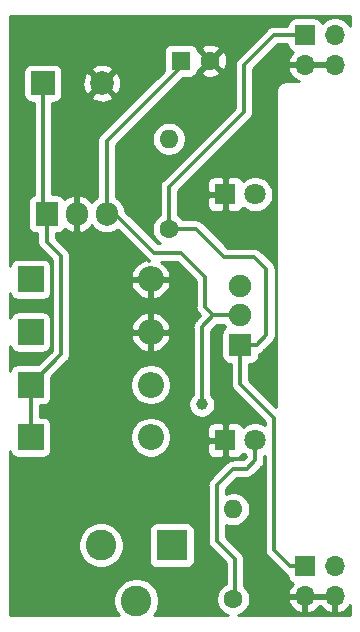
<source format=gtl>
%TF.GenerationSoftware,KiCad,Pcbnew,(5.1.8)-1*%
%TF.CreationDate,2020-12-06T17:51:36-05:00*%
%TF.ProjectId,Breadboar Power Supply v1,42726561-6462-46f6-9172-20506f776572,1.0*%
%TF.SameCoordinates,Original*%
%TF.FileFunction,Copper,L1,Top*%
%TF.FilePolarity,Positive*%
%FSLAX46Y46*%
G04 Gerber Fmt 4.6, Leading zero omitted, Abs format (unit mm)*
G04 Created by KiCad (PCBNEW (5.1.8)-1) date 2020-12-06 17:51:36*
%MOMM*%
%LPD*%
G01*
G04 APERTURE LIST*
%TA.AperFunction,ComponentPad*%
%ADD10R,2.000000X2.000000*%
%TD*%
%TA.AperFunction,ComponentPad*%
%ADD11C,2.000000*%
%TD*%
%TA.AperFunction,ComponentPad*%
%ADD12R,1.600000X1.600000*%
%TD*%
%TA.AperFunction,ComponentPad*%
%ADD13C,1.600000*%
%TD*%
%TA.AperFunction,ComponentPad*%
%ADD14R,2.200000X2.200000*%
%TD*%
%TA.AperFunction,ComponentPad*%
%ADD15O,2.200000X2.200000*%
%TD*%
%TA.AperFunction,ComponentPad*%
%ADD16C,1.800000*%
%TD*%
%TA.AperFunction,ComponentPad*%
%ADD17R,1.800000X1.800000*%
%TD*%
%TA.AperFunction,ComponentPad*%
%ADD18R,2.600000X2.600000*%
%TD*%
%TA.AperFunction,ComponentPad*%
%ADD19C,2.600000*%
%TD*%
%TA.AperFunction,ComponentPad*%
%ADD20R,1.700000X1.700000*%
%TD*%
%TA.AperFunction,ComponentPad*%
%ADD21O,1.700000X1.700000*%
%TD*%
%TA.AperFunction,ComponentPad*%
%ADD22O,1.600000X1.600000*%
%TD*%
%TA.AperFunction,ComponentPad*%
%ADD23R,1.900000X1.900000*%
%TD*%
%TA.AperFunction,ComponentPad*%
%ADD24C,1.900000*%
%TD*%
%TA.AperFunction,ComponentPad*%
%ADD25R,1.905000X2.000000*%
%TD*%
%TA.AperFunction,ComponentPad*%
%ADD26O,1.905000X2.000000*%
%TD*%
%TA.AperFunction,ViaPad*%
%ADD27C,1.000000*%
%TD*%
%TA.AperFunction,Conductor*%
%ADD28C,0.300000*%
%TD*%
%TA.AperFunction,Conductor*%
%ADD29C,0.254000*%
%TD*%
%TA.AperFunction,Conductor*%
%ADD30C,0.100000*%
%TD*%
G04 APERTURE END LIST*
D10*
%TO.P,C1,1*%
%TO.N,/Vin*%
X175387000Y-90297000D03*
D11*
%TO.P,C1,2*%
%TO.N,/GND*%
X180387000Y-90297000D03*
%TD*%
D12*
%TO.P,C2,1*%
%TO.N,/Vout1*%
X187071000Y-88392000D03*
D13*
%TO.P,C2,2*%
%TO.N,/GND*%
X189571000Y-88392000D03*
%TD*%
D14*
%TO.P,D1,1*%
%TO.N,/Vin*%
X174349001Y-115815333D03*
D15*
%TO.P,D1,2*%
%TO.N,Net-(D1-Pad2)*%
X184509001Y-115815333D03*
%TD*%
%TO.P,D2,2*%
%TO.N,/GND*%
X184509001Y-106908001D03*
D14*
%TO.P,D2,1*%
%TO.N,Net-(D1-Pad2)*%
X174349001Y-106908001D03*
%TD*%
D15*
%TO.P,D3,2*%
%TO.N,Net-(D3-Pad2)*%
X184509001Y-120269000D03*
D14*
%TO.P,D3,1*%
%TO.N,/Vin*%
X174349001Y-120269000D03*
%TD*%
%TO.P,D4,1*%
%TO.N,Net-(D3-Pad2)*%
X174349001Y-111361667D03*
D15*
%TO.P,D4,2*%
%TO.N,/GND*%
X184509001Y-111361667D03*
%TD*%
D16*
%TO.P,D5,2*%
%TO.N,Net-(D5-Pad2)*%
X193367000Y-120523000D03*
D17*
%TO.P,D5,1*%
%TO.N,/GND*%
X190827000Y-120523000D03*
%TD*%
%TO.P,D6,1*%
%TO.N,/GND*%
X190827000Y-99695000D03*
D16*
%TO.P,D6,2*%
%TO.N,Net-(D6-Pad2)*%
X193367000Y-99695000D03*
%TD*%
D18*
%TO.P,J1,1*%
%TO.N,Net-(D1-Pad2)*%
X186309000Y-129413000D03*
D19*
%TO.P,J1,2*%
%TO.N,Net-(D3-Pad2)*%
X180309000Y-129413000D03*
%TO.P,J1,3*%
%TO.N,Net-(J1-Pad3)*%
X183309000Y-134113000D03*
%TD*%
D20*
%TO.P,J2,1*%
%TO.N,/Vout2*%
X197585000Y-86213000D03*
D21*
%TO.P,J2,2*%
X200125000Y-86213000D03*
%TO.P,J2,3*%
%TO.N,/GND*%
X197585000Y-88753000D03*
%TO.P,J2,4*%
X200125000Y-88753000D03*
%TD*%
%TO.P,J3,4*%
%TO.N,/GND*%
X200125000Y-133747000D03*
%TO.P,J3,3*%
X197585000Y-133747000D03*
%TO.P,J3,2*%
%TO.N,/Vout2*%
X200125000Y-131207000D03*
D20*
%TO.P,J3,1*%
X197585000Y-131207000D03*
%TD*%
D22*
%TO.P,R1,2*%
%TO.N,/Vout1*%
X191516000Y-126365000D03*
D13*
%TO.P,R1,1*%
%TO.N,Net-(D5-Pad2)*%
X191516000Y-133985000D03*
%TD*%
%TO.P,R2,1*%
%TO.N,/Vout2*%
X186055000Y-102616000D03*
D22*
%TO.P,R2,2*%
%TO.N,Net-(D6-Pad2)*%
X186055000Y-94996000D03*
%TD*%
D23*
%TO.P,SW1,1*%
%TO.N,/Vout2*%
X192102000Y-112454000D03*
D24*
%TO.P,SW1,2*%
%TO.N,/Vout1*%
X192102000Y-109954000D03*
%TO.P,SW1,3*%
%TO.N,Net-(SW1-Pad3)*%
X192102000Y-107454000D03*
%TD*%
D25*
%TO.P,U1,1*%
%TO.N,/Vin*%
X175709001Y-101346000D03*
D26*
%TO.P,U1,2*%
%TO.N,/GND*%
X178249001Y-101346000D03*
%TO.P,U1,3*%
%TO.N,/Vout1*%
X180789001Y-101346000D03*
%TD*%
D27*
%TO.N,/Vout1*%
X188849000Y-117475000D03*
%TD*%
D28*
%TO.N,/Vin*%
X175387000Y-101023999D02*
X175709001Y-101346000D01*
X175387000Y-90297000D02*
X175387000Y-101023999D01*
X175709001Y-101346000D02*
X175709001Y-103700001D01*
X175709001Y-103700001D02*
X176911000Y-104902000D01*
X176911000Y-113253334D02*
X174349001Y-115815333D01*
X176911000Y-104902000D02*
X176911000Y-113253334D01*
X174349001Y-115815333D02*
X174349001Y-120269000D01*
%TO.N,/Vout1*%
X180789001Y-101346000D02*
X181483000Y-101346000D01*
X181483000Y-101346000D02*
X184785000Y-104648000D01*
X184785000Y-104648000D02*
X187071000Y-104648000D01*
X187071000Y-104648000D02*
X189103000Y-106680000D01*
X189103000Y-106680000D02*
X189103000Y-109220000D01*
X189837000Y-109954000D02*
X192102000Y-109954000D01*
X189103000Y-109220000D02*
X189837000Y-109954000D01*
X180789001Y-101346000D02*
X180789001Y-95181999D01*
X187071000Y-88900000D02*
X187071000Y-88392000D01*
X180789001Y-95181999D02*
X187071000Y-88900000D01*
X188849000Y-110942000D02*
X189837000Y-109954000D01*
X188849000Y-117475000D02*
X188849000Y-110942000D01*
%TO.N,Net-(D5-Pad2)*%
X193367000Y-122228000D02*
X193367000Y-120523000D01*
X192659000Y-122936000D02*
X193367000Y-122228000D01*
X191516000Y-122936000D02*
X192659000Y-122936000D01*
X190119000Y-124333000D02*
X191516000Y-122936000D01*
X190119000Y-129032000D02*
X190119000Y-124333000D01*
X191643000Y-130556000D02*
X190119000Y-129032000D01*
X191643000Y-133985000D02*
X191643000Y-130556000D01*
%TO.N,/Vout2*%
X192102000Y-112454000D02*
X192102000Y-115775000D01*
X192102000Y-115775000D02*
X194945000Y-118618000D01*
X197585000Y-131207000D02*
X196358000Y-131207000D01*
X194945000Y-129794000D02*
X194945000Y-118618000D01*
X196358000Y-131207000D02*
X194945000Y-129794000D01*
X197585000Y-86213000D02*
X194965000Y-86213000D01*
X194965000Y-86213000D02*
X192405000Y-88773000D01*
X192405000Y-88773000D02*
X192405000Y-92710000D01*
X186055000Y-99060000D02*
X186055000Y-102616000D01*
X192405000Y-92710000D02*
X186055000Y-99060000D01*
X186055000Y-102616000D02*
X188341000Y-102616000D01*
X188341000Y-102616000D02*
X190754000Y-105029000D01*
X190754000Y-105029000D02*
X193294000Y-105029000D01*
X193294000Y-105029000D02*
X194310000Y-106045000D01*
X194310000Y-106045000D02*
X194310000Y-111633000D01*
X193489000Y-112454000D02*
X192102000Y-112454000D01*
X194310000Y-111633000D02*
X193489000Y-112454000D01*
%TD*%
D29*
%TO.N,/GND*%
X201397001Y-85443754D02*
X201278475Y-85266368D01*
X201071632Y-85059525D01*
X200828411Y-84897010D01*
X200558158Y-84785068D01*
X200271260Y-84728000D01*
X199978740Y-84728000D01*
X199691842Y-84785068D01*
X199421589Y-84897010D01*
X199178368Y-85059525D01*
X199046513Y-85191380D01*
X199024502Y-85118820D01*
X198965537Y-85008506D01*
X198886185Y-84911815D01*
X198789494Y-84832463D01*
X198679180Y-84773498D01*
X198559482Y-84737188D01*
X198435000Y-84724928D01*
X196735000Y-84724928D01*
X196610518Y-84737188D01*
X196490820Y-84773498D01*
X196380506Y-84832463D01*
X196283815Y-84911815D01*
X196204463Y-85008506D01*
X196145498Y-85118820D01*
X196109188Y-85238518D01*
X196096928Y-85363000D01*
X196096928Y-85428000D01*
X195003556Y-85428000D01*
X194965000Y-85424203D01*
X194926444Y-85428000D01*
X194926439Y-85428000D01*
X194886026Y-85431980D01*
X194811113Y-85439358D01*
X194663140Y-85484246D01*
X194526767Y-85557138D01*
X194407236Y-85655236D01*
X194382653Y-85685190D01*
X191877190Y-88190653D01*
X191847236Y-88215236D01*
X191749138Y-88334768D01*
X191676246Y-88471141D01*
X191631359Y-88619114D01*
X191620000Y-88734440D01*
X191620000Y-88734447D01*
X191616203Y-88773000D01*
X191620000Y-88811553D01*
X191620001Y-92384841D01*
X185527190Y-98477653D01*
X185497236Y-98502236D01*
X185399138Y-98621768D01*
X185326246Y-98758141D01*
X185281359Y-98906114D01*
X185270000Y-99021440D01*
X185270000Y-99021447D01*
X185266203Y-99060000D01*
X185270000Y-99098553D01*
X185270001Y-101414661D01*
X185140241Y-101501363D01*
X184940363Y-101701241D01*
X184783320Y-101936273D01*
X184675147Y-102197426D01*
X184620000Y-102474665D01*
X184620000Y-102757335D01*
X184675147Y-103034574D01*
X184783320Y-103295727D01*
X184940363Y-103530759D01*
X185140241Y-103730637D01*
X185338337Y-103863000D01*
X185110158Y-103863000D01*
X182366540Y-101119383D01*
X182353531Y-100987296D01*
X182262756Y-100688051D01*
X182115346Y-100412265D01*
X181916964Y-100170537D01*
X181675235Y-99972155D01*
X181574001Y-99918045D01*
X181574001Y-95507156D01*
X182226492Y-94854665D01*
X184620000Y-94854665D01*
X184620000Y-95137335D01*
X184675147Y-95414574D01*
X184783320Y-95675727D01*
X184940363Y-95910759D01*
X185140241Y-96110637D01*
X185375273Y-96267680D01*
X185636426Y-96375853D01*
X185913665Y-96431000D01*
X186196335Y-96431000D01*
X186473574Y-96375853D01*
X186734727Y-96267680D01*
X186969759Y-96110637D01*
X187169637Y-95910759D01*
X187326680Y-95675727D01*
X187434853Y-95414574D01*
X187490000Y-95137335D01*
X187490000Y-94854665D01*
X187434853Y-94577426D01*
X187326680Y-94316273D01*
X187169637Y-94081241D01*
X186969759Y-93881363D01*
X186734727Y-93724320D01*
X186473574Y-93616147D01*
X186196335Y-93561000D01*
X185913665Y-93561000D01*
X185636426Y-93616147D01*
X185375273Y-93724320D01*
X185140241Y-93881363D01*
X184940363Y-94081241D01*
X184783320Y-94316273D01*
X184675147Y-94577426D01*
X184620000Y-94854665D01*
X182226492Y-94854665D01*
X187251086Y-89830072D01*
X187871000Y-89830072D01*
X187995482Y-89817812D01*
X188115180Y-89781502D01*
X188225494Y-89722537D01*
X188322185Y-89643185D01*
X188401537Y-89546494D01*
X188460502Y-89436180D01*
X188476117Y-89384702D01*
X188757903Y-89384702D01*
X188829486Y-89628671D01*
X189084996Y-89749571D01*
X189359184Y-89818300D01*
X189641512Y-89832217D01*
X189921130Y-89790787D01*
X190187292Y-89695603D01*
X190312514Y-89628671D01*
X190384097Y-89384702D01*
X189571000Y-88571605D01*
X188757903Y-89384702D01*
X188476117Y-89384702D01*
X188496812Y-89316482D01*
X188509072Y-89192000D01*
X188509072Y-89184785D01*
X188578298Y-89205097D01*
X189391395Y-88392000D01*
X189750605Y-88392000D01*
X190563702Y-89205097D01*
X190807671Y-89133514D01*
X190928571Y-88878004D01*
X190997300Y-88603816D01*
X191011217Y-88321488D01*
X190969787Y-88041870D01*
X190874603Y-87775708D01*
X190807671Y-87650486D01*
X190563702Y-87578903D01*
X189750605Y-88392000D01*
X189391395Y-88392000D01*
X188578298Y-87578903D01*
X188509072Y-87599215D01*
X188509072Y-87592000D01*
X188496812Y-87467518D01*
X188476118Y-87399298D01*
X188757903Y-87399298D01*
X189571000Y-88212395D01*
X190384097Y-87399298D01*
X190312514Y-87155329D01*
X190057004Y-87034429D01*
X189782816Y-86965700D01*
X189500488Y-86951783D01*
X189220870Y-86993213D01*
X188954708Y-87088397D01*
X188829486Y-87155329D01*
X188757903Y-87399298D01*
X188476118Y-87399298D01*
X188460502Y-87347820D01*
X188401537Y-87237506D01*
X188322185Y-87140815D01*
X188225494Y-87061463D01*
X188115180Y-87002498D01*
X187995482Y-86966188D01*
X187871000Y-86953928D01*
X186271000Y-86953928D01*
X186146518Y-86966188D01*
X186026820Y-87002498D01*
X185916506Y-87061463D01*
X185819815Y-87140815D01*
X185740463Y-87237506D01*
X185681498Y-87347820D01*
X185645188Y-87467518D01*
X185632928Y-87592000D01*
X185632928Y-89192000D01*
X185636148Y-89224694D01*
X180261186Y-94599657D01*
X180231238Y-94624235D01*
X180206660Y-94654183D01*
X180206656Y-94654187D01*
X180173691Y-94694355D01*
X180133140Y-94743766D01*
X180094178Y-94816659D01*
X180060247Y-94880140D01*
X180015360Y-95028113D01*
X180000204Y-95181999D01*
X180004002Y-95220562D01*
X180004001Y-99918044D01*
X179902766Y-99972155D01*
X179661038Y-100170537D01*
X179513839Y-100349900D01*
X179358438Y-100164685D01*
X179115924Y-99970031D01*
X178840095Y-99826429D01*
X178621981Y-99755437D01*
X178376001Y-99875406D01*
X178376001Y-101219000D01*
X178396001Y-101219000D01*
X178396001Y-101473000D01*
X178376001Y-101473000D01*
X178376001Y-102816594D01*
X178621981Y-102936563D01*
X178840095Y-102865571D01*
X179115924Y-102721969D01*
X179358438Y-102527315D01*
X179513838Y-102342101D01*
X179661038Y-102521463D01*
X179902767Y-102719845D01*
X180178553Y-102867255D01*
X180477798Y-102958030D01*
X180789001Y-102988681D01*
X181100205Y-102958030D01*
X181399450Y-102867255D01*
X181675236Y-102719845D01*
X181714480Y-102687638D01*
X184202658Y-105175816D01*
X184227236Y-105205764D01*
X184257184Y-105230342D01*
X184257187Y-105230345D01*
X184286559Y-105254450D01*
X184346767Y-105303862D01*
X184381999Y-105322694D01*
X184381999Y-105336400D01*
X184112878Y-105218822D01*
X183790947Y-105328559D01*
X183496610Y-105498993D01*
X183241179Y-105723574D01*
X183034470Y-105993672D01*
X182884426Y-106298907D01*
X182819826Y-106511879D01*
X182937876Y-106781001D01*
X184382001Y-106781001D01*
X184382001Y-106761001D01*
X184636001Y-106761001D01*
X184636001Y-106781001D01*
X186080126Y-106781001D01*
X186198176Y-106511879D01*
X186133576Y-106298907D01*
X185983532Y-105993672D01*
X185776823Y-105723574D01*
X185521392Y-105498993D01*
X185407423Y-105433000D01*
X186745843Y-105433000D01*
X188318000Y-107005158D01*
X188318001Y-109181437D01*
X188314203Y-109220000D01*
X188329359Y-109373886D01*
X188374246Y-109521859D01*
X188374247Y-109521860D01*
X188447139Y-109658233D01*
X188487690Y-109707644D01*
X188520655Y-109747812D01*
X188520659Y-109747816D01*
X188545237Y-109777764D01*
X188575185Y-109802342D01*
X188726843Y-109954000D01*
X188321185Y-110359658D01*
X188291237Y-110384236D01*
X188266659Y-110414184D01*
X188266655Y-110414188D01*
X188264900Y-110416327D01*
X188193139Y-110503767D01*
X188188865Y-110511764D01*
X188120246Y-110640141D01*
X188075359Y-110788114D01*
X188060203Y-110942000D01*
X188064001Y-110980563D01*
X188064000Y-116654868D01*
X187967388Y-116751480D01*
X187843176Y-116937376D01*
X187757617Y-117143933D01*
X187714000Y-117363212D01*
X187714000Y-117586788D01*
X187757617Y-117806067D01*
X187843176Y-118012624D01*
X187967388Y-118198520D01*
X188125480Y-118356612D01*
X188311376Y-118480824D01*
X188517933Y-118566383D01*
X188737212Y-118610000D01*
X188960788Y-118610000D01*
X189180067Y-118566383D01*
X189386624Y-118480824D01*
X189572520Y-118356612D01*
X189730612Y-118198520D01*
X189854824Y-118012624D01*
X189940383Y-117806067D01*
X189984000Y-117586788D01*
X189984000Y-117363212D01*
X189940383Y-117143933D01*
X189854824Y-116937376D01*
X189730612Y-116751480D01*
X189634000Y-116654868D01*
X189634000Y-111267157D01*
X190162158Y-110739000D01*
X190720257Y-110739000D01*
X190856021Y-110942186D01*
X190797506Y-110973463D01*
X190700815Y-111052815D01*
X190621463Y-111149506D01*
X190562498Y-111259820D01*
X190526188Y-111379518D01*
X190513928Y-111504000D01*
X190513928Y-113404000D01*
X190526188Y-113528482D01*
X190562498Y-113648180D01*
X190621463Y-113758494D01*
X190700815Y-113855185D01*
X190797506Y-113934537D01*
X190907820Y-113993502D01*
X191027518Y-114029812D01*
X191152000Y-114042072D01*
X191317000Y-114042072D01*
X191317001Y-115736437D01*
X191313203Y-115775000D01*
X191328359Y-115928886D01*
X191373246Y-116076859D01*
X191407177Y-116140340D01*
X191446139Y-116213233D01*
X191479239Y-116253565D01*
X191519655Y-116302812D01*
X191519659Y-116302816D01*
X191544237Y-116332764D01*
X191574185Y-116357342D01*
X194160001Y-118943159D01*
X194160001Y-119206738D01*
X194094095Y-119162701D01*
X193814743Y-119046989D01*
X193518184Y-118988000D01*
X193215816Y-118988000D01*
X192919257Y-119046989D01*
X192639905Y-119162701D01*
X192388495Y-119330688D01*
X192322056Y-119397127D01*
X192316502Y-119378820D01*
X192257537Y-119268506D01*
X192178185Y-119171815D01*
X192081494Y-119092463D01*
X191971180Y-119033498D01*
X191851482Y-118997188D01*
X191727000Y-118984928D01*
X191112750Y-118988000D01*
X190954000Y-119146750D01*
X190954000Y-120396000D01*
X190974000Y-120396000D01*
X190974000Y-120650000D01*
X190954000Y-120650000D01*
X190954000Y-121899250D01*
X191112750Y-122058000D01*
X191727000Y-122061072D01*
X191851482Y-122048812D01*
X191971180Y-122012502D01*
X192081494Y-121953537D01*
X192178185Y-121874185D01*
X192257537Y-121777494D01*
X192316502Y-121667180D01*
X192322056Y-121648873D01*
X192388495Y-121715312D01*
X192582000Y-121844608D01*
X192582000Y-121902842D01*
X192333843Y-122151000D01*
X191554552Y-122151000D01*
X191515999Y-122147203D01*
X191477446Y-122151000D01*
X191477439Y-122151000D01*
X191376490Y-122160943D01*
X191362112Y-122162359D01*
X191327672Y-122172806D01*
X191214140Y-122207246D01*
X191077767Y-122280138D01*
X191017559Y-122329550D01*
X190988187Y-122353655D01*
X190988184Y-122353658D01*
X190958236Y-122378236D01*
X190933658Y-122408184D01*
X189591185Y-123750658D01*
X189561237Y-123775236D01*
X189536659Y-123805184D01*
X189536655Y-123805188D01*
X189503690Y-123845356D01*
X189463139Y-123894767D01*
X189424177Y-123967660D01*
X189390246Y-124031141D01*
X189345359Y-124179114D01*
X189330203Y-124333000D01*
X189334001Y-124371563D01*
X189334000Y-128993447D01*
X189330203Y-129032000D01*
X189334000Y-129070553D01*
X189334000Y-129070560D01*
X189345359Y-129185886D01*
X189390246Y-129333859D01*
X189463138Y-129470232D01*
X189561236Y-129589764D01*
X189591190Y-129614347D01*
X190858001Y-130881159D01*
X190858000Y-132704320D01*
X190836273Y-132713320D01*
X190601241Y-132870363D01*
X190401363Y-133070241D01*
X190244320Y-133305273D01*
X190136147Y-133566426D01*
X190081000Y-133843665D01*
X190081000Y-134126335D01*
X190136147Y-134403574D01*
X190244320Y-134664727D01*
X190401363Y-134899759D01*
X190601241Y-135099637D01*
X190836273Y-135256680D01*
X191078467Y-135357000D01*
X184801504Y-135357000D01*
X184812013Y-135346491D01*
X185023775Y-135029566D01*
X185169639Y-134677419D01*
X185244000Y-134303581D01*
X185244000Y-133922419D01*
X185169639Y-133548581D01*
X185023775Y-133196434D01*
X184812013Y-132879509D01*
X184542491Y-132609987D01*
X184225566Y-132398225D01*
X183873419Y-132252361D01*
X183499581Y-132178000D01*
X183118419Y-132178000D01*
X182744581Y-132252361D01*
X182392434Y-132398225D01*
X182075509Y-132609987D01*
X181805987Y-132879509D01*
X181594225Y-133196434D01*
X181448361Y-133548581D01*
X181374000Y-133922419D01*
X181374000Y-134303581D01*
X181448361Y-134677419D01*
X181594225Y-135029566D01*
X181805987Y-135346491D01*
X181816496Y-135357000D01*
X172618000Y-135357000D01*
X172618000Y-129222419D01*
X178374000Y-129222419D01*
X178374000Y-129603581D01*
X178448361Y-129977419D01*
X178594225Y-130329566D01*
X178805987Y-130646491D01*
X179075509Y-130916013D01*
X179392434Y-131127775D01*
X179744581Y-131273639D01*
X180118419Y-131348000D01*
X180499581Y-131348000D01*
X180873419Y-131273639D01*
X181225566Y-131127775D01*
X181542491Y-130916013D01*
X181812013Y-130646491D01*
X182023775Y-130329566D01*
X182169639Y-129977419D01*
X182244000Y-129603581D01*
X182244000Y-129222419D01*
X182169639Y-128848581D01*
X182023775Y-128496434D01*
X181812013Y-128179509D01*
X181745504Y-128113000D01*
X184370928Y-128113000D01*
X184370928Y-130713000D01*
X184383188Y-130837482D01*
X184419498Y-130957180D01*
X184478463Y-131067494D01*
X184557815Y-131164185D01*
X184654506Y-131243537D01*
X184764820Y-131302502D01*
X184884518Y-131338812D01*
X185009000Y-131351072D01*
X187609000Y-131351072D01*
X187733482Y-131338812D01*
X187853180Y-131302502D01*
X187963494Y-131243537D01*
X188060185Y-131164185D01*
X188139537Y-131067494D01*
X188198502Y-130957180D01*
X188234812Y-130837482D01*
X188247072Y-130713000D01*
X188247072Y-128113000D01*
X188234812Y-127988518D01*
X188198502Y-127868820D01*
X188139537Y-127758506D01*
X188060185Y-127661815D01*
X187963494Y-127582463D01*
X187853180Y-127523498D01*
X187733482Y-127487188D01*
X187609000Y-127474928D01*
X185009000Y-127474928D01*
X184884518Y-127487188D01*
X184764820Y-127523498D01*
X184654506Y-127582463D01*
X184557815Y-127661815D01*
X184478463Y-127758506D01*
X184419498Y-127868820D01*
X184383188Y-127988518D01*
X184370928Y-128113000D01*
X181745504Y-128113000D01*
X181542491Y-127909987D01*
X181225566Y-127698225D01*
X180873419Y-127552361D01*
X180499581Y-127478000D01*
X180118419Y-127478000D01*
X179744581Y-127552361D01*
X179392434Y-127698225D01*
X179075509Y-127909987D01*
X178805987Y-128179509D01*
X178594225Y-128496434D01*
X178448361Y-128848581D01*
X178374000Y-129222419D01*
X172618000Y-129222419D01*
X172618000Y-121440795D01*
X172623189Y-121493482D01*
X172659499Y-121613180D01*
X172718464Y-121723494D01*
X172797816Y-121820185D01*
X172894507Y-121899537D01*
X173004821Y-121958502D01*
X173124519Y-121994812D01*
X173249001Y-122007072D01*
X175449001Y-122007072D01*
X175573483Y-121994812D01*
X175693181Y-121958502D01*
X175803495Y-121899537D01*
X175900186Y-121820185D01*
X175979538Y-121723494D01*
X176038503Y-121613180D01*
X176074813Y-121493482D01*
X176087073Y-121369000D01*
X176087073Y-120098117D01*
X182774001Y-120098117D01*
X182774001Y-120439883D01*
X182840676Y-120775081D01*
X182971464Y-121090831D01*
X183161338Y-121374998D01*
X183403003Y-121616663D01*
X183687170Y-121806537D01*
X184002920Y-121937325D01*
X184338118Y-122004000D01*
X184679884Y-122004000D01*
X185015082Y-121937325D01*
X185330832Y-121806537D01*
X185614999Y-121616663D01*
X185808662Y-121423000D01*
X189288928Y-121423000D01*
X189301188Y-121547482D01*
X189337498Y-121667180D01*
X189396463Y-121777494D01*
X189475815Y-121874185D01*
X189572506Y-121953537D01*
X189682820Y-122012502D01*
X189802518Y-122048812D01*
X189927000Y-122061072D01*
X190541250Y-122058000D01*
X190700000Y-121899250D01*
X190700000Y-120650000D01*
X189450750Y-120650000D01*
X189292000Y-120808750D01*
X189288928Y-121423000D01*
X185808662Y-121423000D01*
X185856664Y-121374998D01*
X186046538Y-121090831D01*
X186177326Y-120775081D01*
X186244001Y-120439883D01*
X186244001Y-120098117D01*
X186177326Y-119762919D01*
X186119370Y-119623000D01*
X189288928Y-119623000D01*
X189292000Y-120237250D01*
X189450750Y-120396000D01*
X190700000Y-120396000D01*
X190700000Y-119146750D01*
X190541250Y-118988000D01*
X189927000Y-118984928D01*
X189802518Y-118997188D01*
X189682820Y-119033498D01*
X189572506Y-119092463D01*
X189475815Y-119171815D01*
X189396463Y-119268506D01*
X189337498Y-119378820D01*
X189301188Y-119498518D01*
X189288928Y-119623000D01*
X186119370Y-119623000D01*
X186046538Y-119447169D01*
X185856664Y-119163002D01*
X185614999Y-118921337D01*
X185330832Y-118731463D01*
X185015082Y-118600675D01*
X184679884Y-118534000D01*
X184338118Y-118534000D01*
X184002920Y-118600675D01*
X183687170Y-118731463D01*
X183403003Y-118921337D01*
X183161338Y-119163002D01*
X182971464Y-119447169D01*
X182840676Y-119762919D01*
X182774001Y-120098117D01*
X176087073Y-120098117D01*
X176087073Y-119169000D01*
X176074813Y-119044518D01*
X176038503Y-118924820D01*
X175979538Y-118814506D01*
X175900186Y-118717815D01*
X175803495Y-118638463D01*
X175693181Y-118579498D01*
X175573483Y-118543188D01*
X175449001Y-118530928D01*
X175134001Y-118530928D01*
X175134001Y-117553405D01*
X175449001Y-117553405D01*
X175573483Y-117541145D01*
X175693181Y-117504835D01*
X175803495Y-117445870D01*
X175900186Y-117366518D01*
X175979538Y-117269827D01*
X176038503Y-117159513D01*
X176074813Y-117039815D01*
X176087073Y-116915333D01*
X176087073Y-115644450D01*
X182774001Y-115644450D01*
X182774001Y-115986216D01*
X182840676Y-116321414D01*
X182971464Y-116637164D01*
X183161338Y-116921331D01*
X183403003Y-117162996D01*
X183687170Y-117352870D01*
X184002920Y-117483658D01*
X184338118Y-117550333D01*
X184679884Y-117550333D01*
X185015082Y-117483658D01*
X185330832Y-117352870D01*
X185614999Y-117162996D01*
X185856664Y-116921331D01*
X186046538Y-116637164D01*
X186177326Y-116321414D01*
X186244001Y-115986216D01*
X186244001Y-115644450D01*
X186177326Y-115309252D01*
X186046538Y-114993502D01*
X185856664Y-114709335D01*
X185614999Y-114467670D01*
X185330832Y-114277796D01*
X185015082Y-114147008D01*
X184679884Y-114080333D01*
X184338118Y-114080333D01*
X184002920Y-114147008D01*
X183687170Y-114277796D01*
X183403003Y-114467670D01*
X183161338Y-114709335D01*
X182971464Y-114993502D01*
X182840676Y-115309252D01*
X182774001Y-115644450D01*
X176087073Y-115644450D01*
X176087073Y-115187418D01*
X177438810Y-113835681D01*
X177468764Y-113811098D01*
X177566862Y-113691567D01*
X177639754Y-113555194D01*
X177647857Y-113528482D01*
X177684642Y-113407221D01*
X177692020Y-113332308D01*
X177696000Y-113291895D01*
X177696000Y-113291890D01*
X177699797Y-113253334D01*
X177696000Y-113214778D01*
X177696000Y-111757789D01*
X182819826Y-111757789D01*
X182884426Y-111970761D01*
X183034470Y-112275996D01*
X183241179Y-112546094D01*
X183496610Y-112770675D01*
X183790947Y-112941109D01*
X184112878Y-113050846D01*
X184382001Y-112933267D01*
X184382001Y-111488667D01*
X184636001Y-111488667D01*
X184636001Y-112933267D01*
X184905124Y-113050846D01*
X185227055Y-112941109D01*
X185521392Y-112770675D01*
X185776823Y-112546094D01*
X185983532Y-112275996D01*
X186133576Y-111970761D01*
X186198176Y-111757789D01*
X186080126Y-111488667D01*
X184636001Y-111488667D01*
X184382001Y-111488667D01*
X182937876Y-111488667D01*
X182819826Y-111757789D01*
X177696000Y-111757789D01*
X177696000Y-110965545D01*
X182819826Y-110965545D01*
X182937876Y-111234667D01*
X184382001Y-111234667D01*
X184382001Y-109790067D01*
X184636001Y-109790067D01*
X184636001Y-111234667D01*
X186080126Y-111234667D01*
X186198176Y-110965545D01*
X186133576Y-110752573D01*
X185983532Y-110447338D01*
X185776823Y-110177240D01*
X185521392Y-109952659D01*
X185227055Y-109782225D01*
X184905124Y-109672488D01*
X184636001Y-109790067D01*
X184382001Y-109790067D01*
X184112878Y-109672488D01*
X183790947Y-109782225D01*
X183496610Y-109952659D01*
X183241179Y-110177240D01*
X183034470Y-110447338D01*
X182884426Y-110752573D01*
X182819826Y-110965545D01*
X177696000Y-110965545D01*
X177696000Y-107304123D01*
X182819826Y-107304123D01*
X182884426Y-107517095D01*
X183034470Y-107822330D01*
X183241179Y-108092428D01*
X183496610Y-108317009D01*
X183790947Y-108487443D01*
X184112878Y-108597180D01*
X184382001Y-108479601D01*
X184382001Y-107035001D01*
X184636001Y-107035001D01*
X184636001Y-108479601D01*
X184905124Y-108597180D01*
X185227055Y-108487443D01*
X185521392Y-108317009D01*
X185776823Y-108092428D01*
X185983532Y-107822330D01*
X186133576Y-107517095D01*
X186198176Y-107304123D01*
X186080126Y-107035001D01*
X184636001Y-107035001D01*
X184382001Y-107035001D01*
X182937876Y-107035001D01*
X182819826Y-107304123D01*
X177696000Y-107304123D01*
X177696000Y-104940552D01*
X177699797Y-104901999D01*
X177696000Y-104863446D01*
X177696000Y-104863439D01*
X177684641Y-104748113D01*
X177639754Y-104600140D01*
X177566862Y-104463767D01*
X177468764Y-104344236D01*
X177438817Y-104319659D01*
X176494001Y-103374844D01*
X176494001Y-102984072D01*
X176661501Y-102984072D01*
X176785983Y-102971812D01*
X176905681Y-102935502D01*
X177015995Y-102876537D01*
X177112686Y-102797185D01*
X177192038Y-102700494D01*
X177241060Y-102608781D01*
X177382078Y-102721969D01*
X177657907Y-102865571D01*
X177876021Y-102936563D01*
X178122001Y-102816594D01*
X178122001Y-101473000D01*
X178102001Y-101473000D01*
X178102001Y-101219000D01*
X178122001Y-101219000D01*
X178122001Y-99875406D01*
X177876021Y-99755437D01*
X177657907Y-99826429D01*
X177382078Y-99970031D01*
X177241060Y-100083219D01*
X177192038Y-99991506D01*
X177112686Y-99894815D01*
X177015995Y-99815463D01*
X176905681Y-99756498D01*
X176785983Y-99720188D01*
X176661501Y-99707928D01*
X176172000Y-99707928D01*
X176172000Y-91935072D01*
X176387000Y-91935072D01*
X176511482Y-91922812D01*
X176631180Y-91886502D01*
X176741494Y-91827537D01*
X176838185Y-91748185D01*
X176917537Y-91651494D01*
X176976502Y-91541180D01*
X177009496Y-91432413D01*
X179431192Y-91432413D01*
X179526956Y-91696814D01*
X179816571Y-91837704D01*
X180128108Y-91919384D01*
X180449595Y-91938718D01*
X180768675Y-91894961D01*
X181073088Y-91789795D01*
X181247044Y-91696814D01*
X181342808Y-91432413D01*
X180387000Y-90476605D01*
X179431192Y-91432413D01*
X177009496Y-91432413D01*
X177012812Y-91421482D01*
X177025072Y-91297000D01*
X177025072Y-90359595D01*
X178745282Y-90359595D01*
X178789039Y-90678675D01*
X178894205Y-90983088D01*
X178987186Y-91157044D01*
X179251587Y-91252808D01*
X180207395Y-90297000D01*
X180566605Y-90297000D01*
X181522413Y-91252808D01*
X181786814Y-91157044D01*
X181927704Y-90867429D01*
X182009384Y-90555892D01*
X182028718Y-90234405D01*
X181984961Y-89915325D01*
X181879795Y-89610912D01*
X181786814Y-89436956D01*
X181522413Y-89341192D01*
X180566605Y-90297000D01*
X180207395Y-90297000D01*
X179251587Y-89341192D01*
X178987186Y-89436956D01*
X178846296Y-89726571D01*
X178764616Y-90038108D01*
X178745282Y-90359595D01*
X177025072Y-90359595D01*
X177025072Y-89297000D01*
X177012812Y-89172518D01*
X177009497Y-89161587D01*
X179431192Y-89161587D01*
X180387000Y-90117395D01*
X181342808Y-89161587D01*
X181247044Y-88897186D01*
X180957429Y-88756296D01*
X180645892Y-88674616D01*
X180324405Y-88655282D01*
X180005325Y-88699039D01*
X179700912Y-88804205D01*
X179526956Y-88897186D01*
X179431192Y-89161587D01*
X177009497Y-89161587D01*
X176976502Y-89052820D01*
X176917537Y-88942506D01*
X176838185Y-88845815D01*
X176741494Y-88766463D01*
X176631180Y-88707498D01*
X176511482Y-88671188D01*
X176387000Y-88658928D01*
X174387000Y-88658928D01*
X174262518Y-88671188D01*
X174142820Y-88707498D01*
X174032506Y-88766463D01*
X173935815Y-88845815D01*
X173856463Y-88942506D01*
X173797498Y-89052820D01*
X173761188Y-89172518D01*
X173748928Y-89297000D01*
X173748928Y-91297000D01*
X173761188Y-91421482D01*
X173797498Y-91541180D01*
X173856463Y-91651494D01*
X173935815Y-91748185D01*
X174032506Y-91827537D01*
X174142820Y-91886502D01*
X174262518Y-91922812D01*
X174387000Y-91935072D01*
X174602000Y-91935072D01*
X174602001Y-99729294D01*
X174512321Y-99756498D01*
X174402007Y-99815463D01*
X174305316Y-99894815D01*
X174225964Y-99991506D01*
X174166999Y-100101820D01*
X174130689Y-100221518D01*
X174118429Y-100346000D01*
X174118429Y-102346000D01*
X174130689Y-102470482D01*
X174166999Y-102590180D01*
X174225964Y-102700494D01*
X174305316Y-102797185D01*
X174402007Y-102876537D01*
X174512321Y-102935502D01*
X174632019Y-102971812D01*
X174756501Y-102984072D01*
X174924002Y-102984072D01*
X174924002Y-103661438D01*
X174920204Y-103700001D01*
X174935360Y-103853887D01*
X174980247Y-104001860D01*
X174980248Y-104001861D01*
X175053140Y-104138234D01*
X175081874Y-104173246D01*
X175126656Y-104227813D01*
X175126660Y-104227817D01*
X175151238Y-104257765D01*
X175181186Y-104282343D01*
X176126000Y-105227158D01*
X176126001Y-112928176D01*
X174976916Y-114077261D01*
X173249001Y-114077261D01*
X173124519Y-114089521D01*
X173004821Y-114125831D01*
X172894507Y-114184796D01*
X172797816Y-114264148D01*
X172718464Y-114360839D01*
X172659499Y-114471153D01*
X172623189Y-114590851D01*
X172618000Y-114643538D01*
X172618000Y-112533462D01*
X172623189Y-112586149D01*
X172659499Y-112705847D01*
X172718464Y-112816161D01*
X172797816Y-112912852D01*
X172894507Y-112992204D01*
X173004821Y-113051169D01*
X173124519Y-113087479D01*
X173249001Y-113099739D01*
X175449001Y-113099739D01*
X175573483Y-113087479D01*
X175693181Y-113051169D01*
X175803495Y-112992204D01*
X175900186Y-112912852D01*
X175979538Y-112816161D01*
X176038503Y-112705847D01*
X176074813Y-112586149D01*
X176087073Y-112461667D01*
X176087073Y-110261667D01*
X176074813Y-110137185D01*
X176038503Y-110017487D01*
X175979538Y-109907173D01*
X175900186Y-109810482D01*
X175803495Y-109731130D01*
X175693181Y-109672165D01*
X175573483Y-109635855D01*
X175449001Y-109623595D01*
X173249001Y-109623595D01*
X173124519Y-109635855D01*
X173004821Y-109672165D01*
X172894507Y-109731130D01*
X172797816Y-109810482D01*
X172718464Y-109907173D01*
X172659499Y-110017487D01*
X172623189Y-110137185D01*
X172618000Y-110189872D01*
X172618000Y-108079796D01*
X172623189Y-108132483D01*
X172659499Y-108252181D01*
X172718464Y-108362495D01*
X172797816Y-108459186D01*
X172894507Y-108538538D01*
X173004821Y-108597503D01*
X173124519Y-108633813D01*
X173249001Y-108646073D01*
X175449001Y-108646073D01*
X175573483Y-108633813D01*
X175693181Y-108597503D01*
X175803495Y-108538538D01*
X175900186Y-108459186D01*
X175979538Y-108362495D01*
X176038503Y-108252181D01*
X176074813Y-108132483D01*
X176087073Y-108008001D01*
X176087073Y-105808001D01*
X176074813Y-105683519D01*
X176038503Y-105563821D01*
X175979538Y-105453507D01*
X175900186Y-105356816D01*
X175803495Y-105277464D01*
X175693181Y-105218499D01*
X175573483Y-105182189D01*
X175449001Y-105169929D01*
X173249001Y-105169929D01*
X173124519Y-105182189D01*
X173004821Y-105218499D01*
X172894507Y-105277464D01*
X172797816Y-105356816D01*
X172718464Y-105453507D01*
X172659499Y-105563821D01*
X172623189Y-105683519D01*
X172618000Y-105736206D01*
X172618000Y-84607000D01*
X201397001Y-84607000D01*
X201397001Y-85443754D01*
%TA.AperFunction,Conductor*%
D30*
G36*
X201397001Y-85443754D02*
G01*
X201278475Y-85266368D01*
X201071632Y-85059525D01*
X200828411Y-84897010D01*
X200558158Y-84785068D01*
X200271260Y-84728000D01*
X199978740Y-84728000D01*
X199691842Y-84785068D01*
X199421589Y-84897010D01*
X199178368Y-85059525D01*
X199046513Y-85191380D01*
X199024502Y-85118820D01*
X198965537Y-85008506D01*
X198886185Y-84911815D01*
X198789494Y-84832463D01*
X198679180Y-84773498D01*
X198559482Y-84737188D01*
X198435000Y-84724928D01*
X196735000Y-84724928D01*
X196610518Y-84737188D01*
X196490820Y-84773498D01*
X196380506Y-84832463D01*
X196283815Y-84911815D01*
X196204463Y-85008506D01*
X196145498Y-85118820D01*
X196109188Y-85238518D01*
X196096928Y-85363000D01*
X196096928Y-85428000D01*
X195003556Y-85428000D01*
X194965000Y-85424203D01*
X194926444Y-85428000D01*
X194926439Y-85428000D01*
X194886026Y-85431980D01*
X194811113Y-85439358D01*
X194663140Y-85484246D01*
X194526767Y-85557138D01*
X194407236Y-85655236D01*
X194382653Y-85685190D01*
X191877190Y-88190653D01*
X191847236Y-88215236D01*
X191749138Y-88334768D01*
X191676246Y-88471141D01*
X191631359Y-88619114D01*
X191620000Y-88734440D01*
X191620000Y-88734447D01*
X191616203Y-88773000D01*
X191620000Y-88811553D01*
X191620001Y-92384841D01*
X185527190Y-98477653D01*
X185497236Y-98502236D01*
X185399138Y-98621768D01*
X185326246Y-98758141D01*
X185281359Y-98906114D01*
X185270000Y-99021440D01*
X185270000Y-99021447D01*
X185266203Y-99060000D01*
X185270000Y-99098553D01*
X185270001Y-101414661D01*
X185140241Y-101501363D01*
X184940363Y-101701241D01*
X184783320Y-101936273D01*
X184675147Y-102197426D01*
X184620000Y-102474665D01*
X184620000Y-102757335D01*
X184675147Y-103034574D01*
X184783320Y-103295727D01*
X184940363Y-103530759D01*
X185140241Y-103730637D01*
X185338337Y-103863000D01*
X185110158Y-103863000D01*
X182366540Y-101119383D01*
X182353531Y-100987296D01*
X182262756Y-100688051D01*
X182115346Y-100412265D01*
X181916964Y-100170537D01*
X181675235Y-99972155D01*
X181574001Y-99918045D01*
X181574001Y-95507156D01*
X182226492Y-94854665D01*
X184620000Y-94854665D01*
X184620000Y-95137335D01*
X184675147Y-95414574D01*
X184783320Y-95675727D01*
X184940363Y-95910759D01*
X185140241Y-96110637D01*
X185375273Y-96267680D01*
X185636426Y-96375853D01*
X185913665Y-96431000D01*
X186196335Y-96431000D01*
X186473574Y-96375853D01*
X186734727Y-96267680D01*
X186969759Y-96110637D01*
X187169637Y-95910759D01*
X187326680Y-95675727D01*
X187434853Y-95414574D01*
X187490000Y-95137335D01*
X187490000Y-94854665D01*
X187434853Y-94577426D01*
X187326680Y-94316273D01*
X187169637Y-94081241D01*
X186969759Y-93881363D01*
X186734727Y-93724320D01*
X186473574Y-93616147D01*
X186196335Y-93561000D01*
X185913665Y-93561000D01*
X185636426Y-93616147D01*
X185375273Y-93724320D01*
X185140241Y-93881363D01*
X184940363Y-94081241D01*
X184783320Y-94316273D01*
X184675147Y-94577426D01*
X184620000Y-94854665D01*
X182226492Y-94854665D01*
X187251086Y-89830072D01*
X187871000Y-89830072D01*
X187995482Y-89817812D01*
X188115180Y-89781502D01*
X188225494Y-89722537D01*
X188322185Y-89643185D01*
X188401537Y-89546494D01*
X188460502Y-89436180D01*
X188476117Y-89384702D01*
X188757903Y-89384702D01*
X188829486Y-89628671D01*
X189084996Y-89749571D01*
X189359184Y-89818300D01*
X189641512Y-89832217D01*
X189921130Y-89790787D01*
X190187292Y-89695603D01*
X190312514Y-89628671D01*
X190384097Y-89384702D01*
X189571000Y-88571605D01*
X188757903Y-89384702D01*
X188476117Y-89384702D01*
X188496812Y-89316482D01*
X188509072Y-89192000D01*
X188509072Y-89184785D01*
X188578298Y-89205097D01*
X189391395Y-88392000D01*
X189750605Y-88392000D01*
X190563702Y-89205097D01*
X190807671Y-89133514D01*
X190928571Y-88878004D01*
X190997300Y-88603816D01*
X191011217Y-88321488D01*
X190969787Y-88041870D01*
X190874603Y-87775708D01*
X190807671Y-87650486D01*
X190563702Y-87578903D01*
X189750605Y-88392000D01*
X189391395Y-88392000D01*
X188578298Y-87578903D01*
X188509072Y-87599215D01*
X188509072Y-87592000D01*
X188496812Y-87467518D01*
X188476118Y-87399298D01*
X188757903Y-87399298D01*
X189571000Y-88212395D01*
X190384097Y-87399298D01*
X190312514Y-87155329D01*
X190057004Y-87034429D01*
X189782816Y-86965700D01*
X189500488Y-86951783D01*
X189220870Y-86993213D01*
X188954708Y-87088397D01*
X188829486Y-87155329D01*
X188757903Y-87399298D01*
X188476118Y-87399298D01*
X188460502Y-87347820D01*
X188401537Y-87237506D01*
X188322185Y-87140815D01*
X188225494Y-87061463D01*
X188115180Y-87002498D01*
X187995482Y-86966188D01*
X187871000Y-86953928D01*
X186271000Y-86953928D01*
X186146518Y-86966188D01*
X186026820Y-87002498D01*
X185916506Y-87061463D01*
X185819815Y-87140815D01*
X185740463Y-87237506D01*
X185681498Y-87347820D01*
X185645188Y-87467518D01*
X185632928Y-87592000D01*
X185632928Y-89192000D01*
X185636148Y-89224694D01*
X180261186Y-94599657D01*
X180231238Y-94624235D01*
X180206660Y-94654183D01*
X180206656Y-94654187D01*
X180173691Y-94694355D01*
X180133140Y-94743766D01*
X180094178Y-94816659D01*
X180060247Y-94880140D01*
X180015360Y-95028113D01*
X180000204Y-95181999D01*
X180004002Y-95220562D01*
X180004001Y-99918044D01*
X179902766Y-99972155D01*
X179661038Y-100170537D01*
X179513839Y-100349900D01*
X179358438Y-100164685D01*
X179115924Y-99970031D01*
X178840095Y-99826429D01*
X178621981Y-99755437D01*
X178376001Y-99875406D01*
X178376001Y-101219000D01*
X178396001Y-101219000D01*
X178396001Y-101473000D01*
X178376001Y-101473000D01*
X178376001Y-102816594D01*
X178621981Y-102936563D01*
X178840095Y-102865571D01*
X179115924Y-102721969D01*
X179358438Y-102527315D01*
X179513838Y-102342101D01*
X179661038Y-102521463D01*
X179902767Y-102719845D01*
X180178553Y-102867255D01*
X180477798Y-102958030D01*
X180789001Y-102988681D01*
X181100205Y-102958030D01*
X181399450Y-102867255D01*
X181675236Y-102719845D01*
X181714480Y-102687638D01*
X184202658Y-105175816D01*
X184227236Y-105205764D01*
X184257184Y-105230342D01*
X184257187Y-105230345D01*
X184286559Y-105254450D01*
X184346767Y-105303862D01*
X184381999Y-105322694D01*
X184381999Y-105336400D01*
X184112878Y-105218822D01*
X183790947Y-105328559D01*
X183496610Y-105498993D01*
X183241179Y-105723574D01*
X183034470Y-105993672D01*
X182884426Y-106298907D01*
X182819826Y-106511879D01*
X182937876Y-106781001D01*
X184382001Y-106781001D01*
X184382001Y-106761001D01*
X184636001Y-106761001D01*
X184636001Y-106781001D01*
X186080126Y-106781001D01*
X186198176Y-106511879D01*
X186133576Y-106298907D01*
X185983532Y-105993672D01*
X185776823Y-105723574D01*
X185521392Y-105498993D01*
X185407423Y-105433000D01*
X186745843Y-105433000D01*
X188318000Y-107005158D01*
X188318001Y-109181437D01*
X188314203Y-109220000D01*
X188329359Y-109373886D01*
X188374246Y-109521859D01*
X188374247Y-109521860D01*
X188447139Y-109658233D01*
X188487690Y-109707644D01*
X188520655Y-109747812D01*
X188520659Y-109747816D01*
X188545237Y-109777764D01*
X188575185Y-109802342D01*
X188726843Y-109954000D01*
X188321185Y-110359658D01*
X188291237Y-110384236D01*
X188266659Y-110414184D01*
X188266655Y-110414188D01*
X188264900Y-110416327D01*
X188193139Y-110503767D01*
X188188865Y-110511764D01*
X188120246Y-110640141D01*
X188075359Y-110788114D01*
X188060203Y-110942000D01*
X188064001Y-110980563D01*
X188064000Y-116654868D01*
X187967388Y-116751480D01*
X187843176Y-116937376D01*
X187757617Y-117143933D01*
X187714000Y-117363212D01*
X187714000Y-117586788D01*
X187757617Y-117806067D01*
X187843176Y-118012624D01*
X187967388Y-118198520D01*
X188125480Y-118356612D01*
X188311376Y-118480824D01*
X188517933Y-118566383D01*
X188737212Y-118610000D01*
X188960788Y-118610000D01*
X189180067Y-118566383D01*
X189386624Y-118480824D01*
X189572520Y-118356612D01*
X189730612Y-118198520D01*
X189854824Y-118012624D01*
X189940383Y-117806067D01*
X189984000Y-117586788D01*
X189984000Y-117363212D01*
X189940383Y-117143933D01*
X189854824Y-116937376D01*
X189730612Y-116751480D01*
X189634000Y-116654868D01*
X189634000Y-111267157D01*
X190162158Y-110739000D01*
X190720257Y-110739000D01*
X190856021Y-110942186D01*
X190797506Y-110973463D01*
X190700815Y-111052815D01*
X190621463Y-111149506D01*
X190562498Y-111259820D01*
X190526188Y-111379518D01*
X190513928Y-111504000D01*
X190513928Y-113404000D01*
X190526188Y-113528482D01*
X190562498Y-113648180D01*
X190621463Y-113758494D01*
X190700815Y-113855185D01*
X190797506Y-113934537D01*
X190907820Y-113993502D01*
X191027518Y-114029812D01*
X191152000Y-114042072D01*
X191317000Y-114042072D01*
X191317001Y-115736437D01*
X191313203Y-115775000D01*
X191328359Y-115928886D01*
X191373246Y-116076859D01*
X191407177Y-116140340D01*
X191446139Y-116213233D01*
X191479239Y-116253565D01*
X191519655Y-116302812D01*
X191519659Y-116302816D01*
X191544237Y-116332764D01*
X191574185Y-116357342D01*
X194160001Y-118943159D01*
X194160001Y-119206738D01*
X194094095Y-119162701D01*
X193814743Y-119046989D01*
X193518184Y-118988000D01*
X193215816Y-118988000D01*
X192919257Y-119046989D01*
X192639905Y-119162701D01*
X192388495Y-119330688D01*
X192322056Y-119397127D01*
X192316502Y-119378820D01*
X192257537Y-119268506D01*
X192178185Y-119171815D01*
X192081494Y-119092463D01*
X191971180Y-119033498D01*
X191851482Y-118997188D01*
X191727000Y-118984928D01*
X191112750Y-118988000D01*
X190954000Y-119146750D01*
X190954000Y-120396000D01*
X190974000Y-120396000D01*
X190974000Y-120650000D01*
X190954000Y-120650000D01*
X190954000Y-121899250D01*
X191112750Y-122058000D01*
X191727000Y-122061072D01*
X191851482Y-122048812D01*
X191971180Y-122012502D01*
X192081494Y-121953537D01*
X192178185Y-121874185D01*
X192257537Y-121777494D01*
X192316502Y-121667180D01*
X192322056Y-121648873D01*
X192388495Y-121715312D01*
X192582000Y-121844608D01*
X192582000Y-121902842D01*
X192333843Y-122151000D01*
X191554552Y-122151000D01*
X191515999Y-122147203D01*
X191477446Y-122151000D01*
X191477439Y-122151000D01*
X191376490Y-122160943D01*
X191362112Y-122162359D01*
X191327672Y-122172806D01*
X191214140Y-122207246D01*
X191077767Y-122280138D01*
X191017559Y-122329550D01*
X190988187Y-122353655D01*
X190988184Y-122353658D01*
X190958236Y-122378236D01*
X190933658Y-122408184D01*
X189591185Y-123750658D01*
X189561237Y-123775236D01*
X189536659Y-123805184D01*
X189536655Y-123805188D01*
X189503690Y-123845356D01*
X189463139Y-123894767D01*
X189424177Y-123967660D01*
X189390246Y-124031141D01*
X189345359Y-124179114D01*
X189330203Y-124333000D01*
X189334001Y-124371563D01*
X189334000Y-128993447D01*
X189330203Y-129032000D01*
X189334000Y-129070553D01*
X189334000Y-129070560D01*
X189345359Y-129185886D01*
X189390246Y-129333859D01*
X189463138Y-129470232D01*
X189561236Y-129589764D01*
X189591190Y-129614347D01*
X190858001Y-130881159D01*
X190858000Y-132704320D01*
X190836273Y-132713320D01*
X190601241Y-132870363D01*
X190401363Y-133070241D01*
X190244320Y-133305273D01*
X190136147Y-133566426D01*
X190081000Y-133843665D01*
X190081000Y-134126335D01*
X190136147Y-134403574D01*
X190244320Y-134664727D01*
X190401363Y-134899759D01*
X190601241Y-135099637D01*
X190836273Y-135256680D01*
X191078467Y-135357000D01*
X184801504Y-135357000D01*
X184812013Y-135346491D01*
X185023775Y-135029566D01*
X185169639Y-134677419D01*
X185244000Y-134303581D01*
X185244000Y-133922419D01*
X185169639Y-133548581D01*
X185023775Y-133196434D01*
X184812013Y-132879509D01*
X184542491Y-132609987D01*
X184225566Y-132398225D01*
X183873419Y-132252361D01*
X183499581Y-132178000D01*
X183118419Y-132178000D01*
X182744581Y-132252361D01*
X182392434Y-132398225D01*
X182075509Y-132609987D01*
X181805987Y-132879509D01*
X181594225Y-133196434D01*
X181448361Y-133548581D01*
X181374000Y-133922419D01*
X181374000Y-134303581D01*
X181448361Y-134677419D01*
X181594225Y-135029566D01*
X181805987Y-135346491D01*
X181816496Y-135357000D01*
X172618000Y-135357000D01*
X172618000Y-129222419D01*
X178374000Y-129222419D01*
X178374000Y-129603581D01*
X178448361Y-129977419D01*
X178594225Y-130329566D01*
X178805987Y-130646491D01*
X179075509Y-130916013D01*
X179392434Y-131127775D01*
X179744581Y-131273639D01*
X180118419Y-131348000D01*
X180499581Y-131348000D01*
X180873419Y-131273639D01*
X181225566Y-131127775D01*
X181542491Y-130916013D01*
X181812013Y-130646491D01*
X182023775Y-130329566D01*
X182169639Y-129977419D01*
X182244000Y-129603581D01*
X182244000Y-129222419D01*
X182169639Y-128848581D01*
X182023775Y-128496434D01*
X181812013Y-128179509D01*
X181745504Y-128113000D01*
X184370928Y-128113000D01*
X184370928Y-130713000D01*
X184383188Y-130837482D01*
X184419498Y-130957180D01*
X184478463Y-131067494D01*
X184557815Y-131164185D01*
X184654506Y-131243537D01*
X184764820Y-131302502D01*
X184884518Y-131338812D01*
X185009000Y-131351072D01*
X187609000Y-131351072D01*
X187733482Y-131338812D01*
X187853180Y-131302502D01*
X187963494Y-131243537D01*
X188060185Y-131164185D01*
X188139537Y-131067494D01*
X188198502Y-130957180D01*
X188234812Y-130837482D01*
X188247072Y-130713000D01*
X188247072Y-128113000D01*
X188234812Y-127988518D01*
X188198502Y-127868820D01*
X188139537Y-127758506D01*
X188060185Y-127661815D01*
X187963494Y-127582463D01*
X187853180Y-127523498D01*
X187733482Y-127487188D01*
X187609000Y-127474928D01*
X185009000Y-127474928D01*
X184884518Y-127487188D01*
X184764820Y-127523498D01*
X184654506Y-127582463D01*
X184557815Y-127661815D01*
X184478463Y-127758506D01*
X184419498Y-127868820D01*
X184383188Y-127988518D01*
X184370928Y-128113000D01*
X181745504Y-128113000D01*
X181542491Y-127909987D01*
X181225566Y-127698225D01*
X180873419Y-127552361D01*
X180499581Y-127478000D01*
X180118419Y-127478000D01*
X179744581Y-127552361D01*
X179392434Y-127698225D01*
X179075509Y-127909987D01*
X178805987Y-128179509D01*
X178594225Y-128496434D01*
X178448361Y-128848581D01*
X178374000Y-129222419D01*
X172618000Y-129222419D01*
X172618000Y-121440795D01*
X172623189Y-121493482D01*
X172659499Y-121613180D01*
X172718464Y-121723494D01*
X172797816Y-121820185D01*
X172894507Y-121899537D01*
X173004821Y-121958502D01*
X173124519Y-121994812D01*
X173249001Y-122007072D01*
X175449001Y-122007072D01*
X175573483Y-121994812D01*
X175693181Y-121958502D01*
X175803495Y-121899537D01*
X175900186Y-121820185D01*
X175979538Y-121723494D01*
X176038503Y-121613180D01*
X176074813Y-121493482D01*
X176087073Y-121369000D01*
X176087073Y-120098117D01*
X182774001Y-120098117D01*
X182774001Y-120439883D01*
X182840676Y-120775081D01*
X182971464Y-121090831D01*
X183161338Y-121374998D01*
X183403003Y-121616663D01*
X183687170Y-121806537D01*
X184002920Y-121937325D01*
X184338118Y-122004000D01*
X184679884Y-122004000D01*
X185015082Y-121937325D01*
X185330832Y-121806537D01*
X185614999Y-121616663D01*
X185808662Y-121423000D01*
X189288928Y-121423000D01*
X189301188Y-121547482D01*
X189337498Y-121667180D01*
X189396463Y-121777494D01*
X189475815Y-121874185D01*
X189572506Y-121953537D01*
X189682820Y-122012502D01*
X189802518Y-122048812D01*
X189927000Y-122061072D01*
X190541250Y-122058000D01*
X190700000Y-121899250D01*
X190700000Y-120650000D01*
X189450750Y-120650000D01*
X189292000Y-120808750D01*
X189288928Y-121423000D01*
X185808662Y-121423000D01*
X185856664Y-121374998D01*
X186046538Y-121090831D01*
X186177326Y-120775081D01*
X186244001Y-120439883D01*
X186244001Y-120098117D01*
X186177326Y-119762919D01*
X186119370Y-119623000D01*
X189288928Y-119623000D01*
X189292000Y-120237250D01*
X189450750Y-120396000D01*
X190700000Y-120396000D01*
X190700000Y-119146750D01*
X190541250Y-118988000D01*
X189927000Y-118984928D01*
X189802518Y-118997188D01*
X189682820Y-119033498D01*
X189572506Y-119092463D01*
X189475815Y-119171815D01*
X189396463Y-119268506D01*
X189337498Y-119378820D01*
X189301188Y-119498518D01*
X189288928Y-119623000D01*
X186119370Y-119623000D01*
X186046538Y-119447169D01*
X185856664Y-119163002D01*
X185614999Y-118921337D01*
X185330832Y-118731463D01*
X185015082Y-118600675D01*
X184679884Y-118534000D01*
X184338118Y-118534000D01*
X184002920Y-118600675D01*
X183687170Y-118731463D01*
X183403003Y-118921337D01*
X183161338Y-119163002D01*
X182971464Y-119447169D01*
X182840676Y-119762919D01*
X182774001Y-120098117D01*
X176087073Y-120098117D01*
X176087073Y-119169000D01*
X176074813Y-119044518D01*
X176038503Y-118924820D01*
X175979538Y-118814506D01*
X175900186Y-118717815D01*
X175803495Y-118638463D01*
X175693181Y-118579498D01*
X175573483Y-118543188D01*
X175449001Y-118530928D01*
X175134001Y-118530928D01*
X175134001Y-117553405D01*
X175449001Y-117553405D01*
X175573483Y-117541145D01*
X175693181Y-117504835D01*
X175803495Y-117445870D01*
X175900186Y-117366518D01*
X175979538Y-117269827D01*
X176038503Y-117159513D01*
X176074813Y-117039815D01*
X176087073Y-116915333D01*
X176087073Y-115644450D01*
X182774001Y-115644450D01*
X182774001Y-115986216D01*
X182840676Y-116321414D01*
X182971464Y-116637164D01*
X183161338Y-116921331D01*
X183403003Y-117162996D01*
X183687170Y-117352870D01*
X184002920Y-117483658D01*
X184338118Y-117550333D01*
X184679884Y-117550333D01*
X185015082Y-117483658D01*
X185330832Y-117352870D01*
X185614999Y-117162996D01*
X185856664Y-116921331D01*
X186046538Y-116637164D01*
X186177326Y-116321414D01*
X186244001Y-115986216D01*
X186244001Y-115644450D01*
X186177326Y-115309252D01*
X186046538Y-114993502D01*
X185856664Y-114709335D01*
X185614999Y-114467670D01*
X185330832Y-114277796D01*
X185015082Y-114147008D01*
X184679884Y-114080333D01*
X184338118Y-114080333D01*
X184002920Y-114147008D01*
X183687170Y-114277796D01*
X183403003Y-114467670D01*
X183161338Y-114709335D01*
X182971464Y-114993502D01*
X182840676Y-115309252D01*
X182774001Y-115644450D01*
X176087073Y-115644450D01*
X176087073Y-115187418D01*
X177438810Y-113835681D01*
X177468764Y-113811098D01*
X177566862Y-113691567D01*
X177639754Y-113555194D01*
X177647857Y-113528482D01*
X177684642Y-113407221D01*
X177692020Y-113332308D01*
X177696000Y-113291895D01*
X177696000Y-113291890D01*
X177699797Y-113253334D01*
X177696000Y-113214778D01*
X177696000Y-111757789D01*
X182819826Y-111757789D01*
X182884426Y-111970761D01*
X183034470Y-112275996D01*
X183241179Y-112546094D01*
X183496610Y-112770675D01*
X183790947Y-112941109D01*
X184112878Y-113050846D01*
X184382001Y-112933267D01*
X184382001Y-111488667D01*
X184636001Y-111488667D01*
X184636001Y-112933267D01*
X184905124Y-113050846D01*
X185227055Y-112941109D01*
X185521392Y-112770675D01*
X185776823Y-112546094D01*
X185983532Y-112275996D01*
X186133576Y-111970761D01*
X186198176Y-111757789D01*
X186080126Y-111488667D01*
X184636001Y-111488667D01*
X184382001Y-111488667D01*
X182937876Y-111488667D01*
X182819826Y-111757789D01*
X177696000Y-111757789D01*
X177696000Y-110965545D01*
X182819826Y-110965545D01*
X182937876Y-111234667D01*
X184382001Y-111234667D01*
X184382001Y-109790067D01*
X184636001Y-109790067D01*
X184636001Y-111234667D01*
X186080126Y-111234667D01*
X186198176Y-110965545D01*
X186133576Y-110752573D01*
X185983532Y-110447338D01*
X185776823Y-110177240D01*
X185521392Y-109952659D01*
X185227055Y-109782225D01*
X184905124Y-109672488D01*
X184636001Y-109790067D01*
X184382001Y-109790067D01*
X184112878Y-109672488D01*
X183790947Y-109782225D01*
X183496610Y-109952659D01*
X183241179Y-110177240D01*
X183034470Y-110447338D01*
X182884426Y-110752573D01*
X182819826Y-110965545D01*
X177696000Y-110965545D01*
X177696000Y-107304123D01*
X182819826Y-107304123D01*
X182884426Y-107517095D01*
X183034470Y-107822330D01*
X183241179Y-108092428D01*
X183496610Y-108317009D01*
X183790947Y-108487443D01*
X184112878Y-108597180D01*
X184382001Y-108479601D01*
X184382001Y-107035001D01*
X184636001Y-107035001D01*
X184636001Y-108479601D01*
X184905124Y-108597180D01*
X185227055Y-108487443D01*
X185521392Y-108317009D01*
X185776823Y-108092428D01*
X185983532Y-107822330D01*
X186133576Y-107517095D01*
X186198176Y-107304123D01*
X186080126Y-107035001D01*
X184636001Y-107035001D01*
X184382001Y-107035001D01*
X182937876Y-107035001D01*
X182819826Y-107304123D01*
X177696000Y-107304123D01*
X177696000Y-104940552D01*
X177699797Y-104901999D01*
X177696000Y-104863446D01*
X177696000Y-104863439D01*
X177684641Y-104748113D01*
X177639754Y-104600140D01*
X177566862Y-104463767D01*
X177468764Y-104344236D01*
X177438817Y-104319659D01*
X176494001Y-103374844D01*
X176494001Y-102984072D01*
X176661501Y-102984072D01*
X176785983Y-102971812D01*
X176905681Y-102935502D01*
X177015995Y-102876537D01*
X177112686Y-102797185D01*
X177192038Y-102700494D01*
X177241060Y-102608781D01*
X177382078Y-102721969D01*
X177657907Y-102865571D01*
X177876021Y-102936563D01*
X178122001Y-102816594D01*
X178122001Y-101473000D01*
X178102001Y-101473000D01*
X178102001Y-101219000D01*
X178122001Y-101219000D01*
X178122001Y-99875406D01*
X177876021Y-99755437D01*
X177657907Y-99826429D01*
X177382078Y-99970031D01*
X177241060Y-100083219D01*
X177192038Y-99991506D01*
X177112686Y-99894815D01*
X177015995Y-99815463D01*
X176905681Y-99756498D01*
X176785983Y-99720188D01*
X176661501Y-99707928D01*
X176172000Y-99707928D01*
X176172000Y-91935072D01*
X176387000Y-91935072D01*
X176511482Y-91922812D01*
X176631180Y-91886502D01*
X176741494Y-91827537D01*
X176838185Y-91748185D01*
X176917537Y-91651494D01*
X176976502Y-91541180D01*
X177009496Y-91432413D01*
X179431192Y-91432413D01*
X179526956Y-91696814D01*
X179816571Y-91837704D01*
X180128108Y-91919384D01*
X180449595Y-91938718D01*
X180768675Y-91894961D01*
X181073088Y-91789795D01*
X181247044Y-91696814D01*
X181342808Y-91432413D01*
X180387000Y-90476605D01*
X179431192Y-91432413D01*
X177009496Y-91432413D01*
X177012812Y-91421482D01*
X177025072Y-91297000D01*
X177025072Y-90359595D01*
X178745282Y-90359595D01*
X178789039Y-90678675D01*
X178894205Y-90983088D01*
X178987186Y-91157044D01*
X179251587Y-91252808D01*
X180207395Y-90297000D01*
X180566605Y-90297000D01*
X181522413Y-91252808D01*
X181786814Y-91157044D01*
X181927704Y-90867429D01*
X182009384Y-90555892D01*
X182028718Y-90234405D01*
X181984961Y-89915325D01*
X181879795Y-89610912D01*
X181786814Y-89436956D01*
X181522413Y-89341192D01*
X180566605Y-90297000D01*
X180207395Y-90297000D01*
X179251587Y-89341192D01*
X178987186Y-89436956D01*
X178846296Y-89726571D01*
X178764616Y-90038108D01*
X178745282Y-90359595D01*
X177025072Y-90359595D01*
X177025072Y-89297000D01*
X177012812Y-89172518D01*
X177009497Y-89161587D01*
X179431192Y-89161587D01*
X180387000Y-90117395D01*
X181342808Y-89161587D01*
X181247044Y-88897186D01*
X180957429Y-88756296D01*
X180645892Y-88674616D01*
X180324405Y-88655282D01*
X180005325Y-88699039D01*
X179700912Y-88804205D01*
X179526956Y-88897186D01*
X179431192Y-89161587D01*
X177009497Y-89161587D01*
X176976502Y-89052820D01*
X176917537Y-88942506D01*
X176838185Y-88845815D01*
X176741494Y-88766463D01*
X176631180Y-88707498D01*
X176511482Y-88671188D01*
X176387000Y-88658928D01*
X174387000Y-88658928D01*
X174262518Y-88671188D01*
X174142820Y-88707498D01*
X174032506Y-88766463D01*
X173935815Y-88845815D01*
X173856463Y-88942506D01*
X173797498Y-89052820D01*
X173761188Y-89172518D01*
X173748928Y-89297000D01*
X173748928Y-91297000D01*
X173761188Y-91421482D01*
X173797498Y-91541180D01*
X173856463Y-91651494D01*
X173935815Y-91748185D01*
X174032506Y-91827537D01*
X174142820Y-91886502D01*
X174262518Y-91922812D01*
X174387000Y-91935072D01*
X174602000Y-91935072D01*
X174602001Y-99729294D01*
X174512321Y-99756498D01*
X174402007Y-99815463D01*
X174305316Y-99894815D01*
X174225964Y-99991506D01*
X174166999Y-100101820D01*
X174130689Y-100221518D01*
X174118429Y-100346000D01*
X174118429Y-102346000D01*
X174130689Y-102470482D01*
X174166999Y-102590180D01*
X174225964Y-102700494D01*
X174305316Y-102797185D01*
X174402007Y-102876537D01*
X174512321Y-102935502D01*
X174632019Y-102971812D01*
X174756501Y-102984072D01*
X174924002Y-102984072D01*
X174924002Y-103661438D01*
X174920204Y-103700001D01*
X174935360Y-103853887D01*
X174980247Y-104001860D01*
X174980248Y-104001861D01*
X175053140Y-104138234D01*
X175081874Y-104173246D01*
X175126656Y-104227813D01*
X175126660Y-104227817D01*
X175151238Y-104257765D01*
X175181186Y-104282343D01*
X176126000Y-105227158D01*
X176126001Y-112928176D01*
X174976916Y-114077261D01*
X173249001Y-114077261D01*
X173124519Y-114089521D01*
X173004821Y-114125831D01*
X172894507Y-114184796D01*
X172797816Y-114264148D01*
X172718464Y-114360839D01*
X172659499Y-114471153D01*
X172623189Y-114590851D01*
X172618000Y-114643538D01*
X172618000Y-112533462D01*
X172623189Y-112586149D01*
X172659499Y-112705847D01*
X172718464Y-112816161D01*
X172797816Y-112912852D01*
X172894507Y-112992204D01*
X173004821Y-113051169D01*
X173124519Y-113087479D01*
X173249001Y-113099739D01*
X175449001Y-113099739D01*
X175573483Y-113087479D01*
X175693181Y-113051169D01*
X175803495Y-112992204D01*
X175900186Y-112912852D01*
X175979538Y-112816161D01*
X176038503Y-112705847D01*
X176074813Y-112586149D01*
X176087073Y-112461667D01*
X176087073Y-110261667D01*
X176074813Y-110137185D01*
X176038503Y-110017487D01*
X175979538Y-109907173D01*
X175900186Y-109810482D01*
X175803495Y-109731130D01*
X175693181Y-109672165D01*
X175573483Y-109635855D01*
X175449001Y-109623595D01*
X173249001Y-109623595D01*
X173124519Y-109635855D01*
X173004821Y-109672165D01*
X172894507Y-109731130D01*
X172797816Y-109810482D01*
X172718464Y-109907173D01*
X172659499Y-110017487D01*
X172623189Y-110137185D01*
X172618000Y-110189872D01*
X172618000Y-108079796D01*
X172623189Y-108132483D01*
X172659499Y-108252181D01*
X172718464Y-108362495D01*
X172797816Y-108459186D01*
X172894507Y-108538538D01*
X173004821Y-108597503D01*
X173124519Y-108633813D01*
X173249001Y-108646073D01*
X175449001Y-108646073D01*
X175573483Y-108633813D01*
X175693181Y-108597503D01*
X175803495Y-108538538D01*
X175900186Y-108459186D01*
X175979538Y-108362495D01*
X176038503Y-108252181D01*
X176074813Y-108132483D01*
X176087073Y-108008001D01*
X176087073Y-105808001D01*
X176074813Y-105683519D01*
X176038503Y-105563821D01*
X175979538Y-105453507D01*
X175900186Y-105356816D01*
X175803495Y-105277464D01*
X175693181Y-105218499D01*
X175573483Y-105182189D01*
X175449001Y-105169929D01*
X173249001Y-105169929D01*
X173124519Y-105182189D01*
X173004821Y-105218499D01*
X172894507Y-105277464D01*
X172797816Y-105356816D01*
X172718464Y-105453507D01*
X172659499Y-105563821D01*
X172623189Y-105683519D01*
X172618000Y-105736206D01*
X172618000Y-84607000D01*
X201397001Y-84607000D01*
X201397001Y-85443754D01*
G37*
%TD.AperFunction*%
D29*
X194160000Y-129755447D02*
X194156203Y-129794000D01*
X194160000Y-129832553D01*
X194160000Y-129832560D01*
X194171359Y-129947886D01*
X194216246Y-130095859D01*
X194289138Y-130232232D01*
X194387236Y-130351764D01*
X194417190Y-130376347D01*
X195775653Y-131734810D01*
X195800236Y-131764764D01*
X195919767Y-131862862D01*
X196056140Y-131935754D01*
X196096928Y-131948127D01*
X196096928Y-132057000D01*
X196109188Y-132181482D01*
X196145498Y-132301180D01*
X196204463Y-132411494D01*
X196283815Y-132508185D01*
X196380506Y-132587537D01*
X196490820Y-132646502D01*
X196571466Y-132670966D01*
X196487412Y-132746731D01*
X196313359Y-132980080D01*
X196188175Y-133242901D01*
X196143524Y-133390110D01*
X196264845Y-133620000D01*
X197458000Y-133620000D01*
X197458000Y-133600000D01*
X197712000Y-133600000D01*
X197712000Y-133620000D01*
X199998000Y-133620000D01*
X199998000Y-133600000D01*
X200252000Y-133600000D01*
X200252000Y-133620000D01*
X200272000Y-133620000D01*
X200272000Y-133874000D01*
X200252000Y-133874000D01*
X200252000Y-135067814D01*
X200481891Y-135188481D01*
X200756252Y-135091157D01*
X201006355Y-134942178D01*
X201222588Y-134747269D01*
X201396641Y-134513920D01*
X201397000Y-134513166D01*
X201397000Y-135357000D01*
X191953533Y-135357000D01*
X192195727Y-135256680D01*
X192430759Y-135099637D01*
X192630637Y-134899759D01*
X192787680Y-134664727D01*
X192895853Y-134403574D01*
X192951000Y-134126335D01*
X192951000Y-134103890D01*
X196143524Y-134103890D01*
X196188175Y-134251099D01*
X196313359Y-134513920D01*
X196487412Y-134747269D01*
X196703645Y-134942178D01*
X196953748Y-135091157D01*
X197228109Y-135188481D01*
X197458000Y-135067814D01*
X197458000Y-133874000D01*
X197712000Y-133874000D01*
X197712000Y-135067814D01*
X197941891Y-135188481D01*
X198216252Y-135091157D01*
X198466355Y-134942178D01*
X198682588Y-134747269D01*
X198855000Y-134516120D01*
X199027412Y-134747269D01*
X199243645Y-134942178D01*
X199493748Y-135091157D01*
X199768109Y-135188481D01*
X199998000Y-135067814D01*
X199998000Y-133874000D01*
X197712000Y-133874000D01*
X197458000Y-133874000D01*
X196264845Y-133874000D01*
X196143524Y-134103890D01*
X192951000Y-134103890D01*
X192951000Y-133843665D01*
X192895853Y-133566426D01*
X192787680Y-133305273D01*
X192630637Y-133070241D01*
X192430759Y-132870363D01*
X192428000Y-132868519D01*
X192428000Y-130594552D01*
X192431797Y-130555999D01*
X192428000Y-130517446D01*
X192428000Y-130517439D01*
X192416641Y-130402113D01*
X192371754Y-130254140D01*
X192298862Y-130117767D01*
X192200764Y-129998236D01*
X192170816Y-129973658D01*
X190904000Y-128706843D01*
X190904000Y-127664733D01*
X191097426Y-127744853D01*
X191374665Y-127800000D01*
X191657335Y-127800000D01*
X191934574Y-127744853D01*
X192195727Y-127636680D01*
X192430759Y-127479637D01*
X192630637Y-127279759D01*
X192787680Y-127044727D01*
X192895853Y-126783574D01*
X192951000Y-126506335D01*
X192951000Y-126223665D01*
X192895853Y-125946426D01*
X192787680Y-125685273D01*
X192630637Y-125450241D01*
X192430759Y-125250363D01*
X192195727Y-125093320D01*
X191934574Y-124985147D01*
X191657335Y-124930000D01*
X191374665Y-124930000D01*
X191097426Y-124985147D01*
X190904000Y-125065267D01*
X190904000Y-124658157D01*
X191841158Y-123721000D01*
X192620447Y-123721000D01*
X192659000Y-123724797D01*
X192697553Y-123721000D01*
X192697561Y-123721000D01*
X192812887Y-123709641D01*
X192960860Y-123664754D01*
X193097233Y-123591862D01*
X193216764Y-123493764D01*
X193241347Y-123463811D01*
X193894816Y-122810341D01*
X193924764Y-122785764D01*
X194022862Y-122666233D01*
X194095754Y-122529860D01*
X194140641Y-122381887D01*
X194152000Y-122266561D01*
X194152000Y-122266554D01*
X194155797Y-122228001D01*
X194152000Y-122189448D01*
X194152000Y-121844608D01*
X194160001Y-121839262D01*
X194160000Y-129755447D01*
%TA.AperFunction,Conductor*%
D30*
G36*
X194160000Y-129755447D02*
G01*
X194156203Y-129794000D01*
X194160000Y-129832553D01*
X194160000Y-129832560D01*
X194171359Y-129947886D01*
X194216246Y-130095859D01*
X194289138Y-130232232D01*
X194387236Y-130351764D01*
X194417190Y-130376347D01*
X195775653Y-131734810D01*
X195800236Y-131764764D01*
X195919767Y-131862862D01*
X196056140Y-131935754D01*
X196096928Y-131948127D01*
X196096928Y-132057000D01*
X196109188Y-132181482D01*
X196145498Y-132301180D01*
X196204463Y-132411494D01*
X196283815Y-132508185D01*
X196380506Y-132587537D01*
X196490820Y-132646502D01*
X196571466Y-132670966D01*
X196487412Y-132746731D01*
X196313359Y-132980080D01*
X196188175Y-133242901D01*
X196143524Y-133390110D01*
X196264845Y-133620000D01*
X197458000Y-133620000D01*
X197458000Y-133600000D01*
X197712000Y-133600000D01*
X197712000Y-133620000D01*
X199998000Y-133620000D01*
X199998000Y-133600000D01*
X200252000Y-133600000D01*
X200252000Y-133620000D01*
X200272000Y-133620000D01*
X200272000Y-133874000D01*
X200252000Y-133874000D01*
X200252000Y-135067814D01*
X200481891Y-135188481D01*
X200756252Y-135091157D01*
X201006355Y-134942178D01*
X201222588Y-134747269D01*
X201396641Y-134513920D01*
X201397000Y-134513166D01*
X201397000Y-135357000D01*
X191953533Y-135357000D01*
X192195727Y-135256680D01*
X192430759Y-135099637D01*
X192630637Y-134899759D01*
X192787680Y-134664727D01*
X192895853Y-134403574D01*
X192951000Y-134126335D01*
X192951000Y-134103890D01*
X196143524Y-134103890D01*
X196188175Y-134251099D01*
X196313359Y-134513920D01*
X196487412Y-134747269D01*
X196703645Y-134942178D01*
X196953748Y-135091157D01*
X197228109Y-135188481D01*
X197458000Y-135067814D01*
X197458000Y-133874000D01*
X197712000Y-133874000D01*
X197712000Y-135067814D01*
X197941891Y-135188481D01*
X198216252Y-135091157D01*
X198466355Y-134942178D01*
X198682588Y-134747269D01*
X198855000Y-134516120D01*
X199027412Y-134747269D01*
X199243645Y-134942178D01*
X199493748Y-135091157D01*
X199768109Y-135188481D01*
X199998000Y-135067814D01*
X199998000Y-133874000D01*
X197712000Y-133874000D01*
X197458000Y-133874000D01*
X196264845Y-133874000D01*
X196143524Y-134103890D01*
X192951000Y-134103890D01*
X192951000Y-133843665D01*
X192895853Y-133566426D01*
X192787680Y-133305273D01*
X192630637Y-133070241D01*
X192430759Y-132870363D01*
X192428000Y-132868519D01*
X192428000Y-130594552D01*
X192431797Y-130555999D01*
X192428000Y-130517446D01*
X192428000Y-130517439D01*
X192416641Y-130402113D01*
X192371754Y-130254140D01*
X192298862Y-130117767D01*
X192200764Y-129998236D01*
X192170816Y-129973658D01*
X190904000Y-128706843D01*
X190904000Y-127664733D01*
X191097426Y-127744853D01*
X191374665Y-127800000D01*
X191657335Y-127800000D01*
X191934574Y-127744853D01*
X192195727Y-127636680D01*
X192430759Y-127479637D01*
X192630637Y-127279759D01*
X192787680Y-127044727D01*
X192895853Y-126783574D01*
X192951000Y-126506335D01*
X192951000Y-126223665D01*
X192895853Y-125946426D01*
X192787680Y-125685273D01*
X192630637Y-125450241D01*
X192430759Y-125250363D01*
X192195727Y-125093320D01*
X191934574Y-124985147D01*
X191657335Y-124930000D01*
X191374665Y-124930000D01*
X191097426Y-124985147D01*
X190904000Y-125065267D01*
X190904000Y-124658157D01*
X191841158Y-123721000D01*
X192620447Y-123721000D01*
X192659000Y-123724797D01*
X192697553Y-123721000D01*
X192697561Y-123721000D01*
X192812887Y-123709641D01*
X192960860Y-123664754D01*
X193097233Y-123591862D01*
X193216764Y-123493764D01*
X193241347Y-123463811D01*
X193894816Y-122810341D01*
X193924764Y-122785764D01*
X194022862Y-122666233D01*
X194095754Y-122529860D01*
X194140641Y-122381887D01*
X194152000Y-122266561D01*
X194152000Y-122266554D01*
X194155797Y-122228001D01*
X194152000Y-122189448D01*
X194152000Y-121844608D01*
X194160001Y-121839262D01*
X194160000Y-129755447D01*
G37*
%TD.AperFunction*%
D29*
X196096928Y-87063000D02*
X196109188Y-87187482D01*
X196145498Y-87307180D01*
X196204463Y-87417494D01*
X196283815Y-87514185D01*
X196380506Y-87593537D01*
X196490820Y-87652502D01*
X196571466Y-87676966D01*
X196487412Y-87752731D01*
X196313359Y-87986080D01*
X196188175Y-88248901D01*
X196143524Y-88396110D01*
X196264845Y-88626000D01*
X197458000Y-88626000D01*
X197458000Y-88606000D01*
X197712000Y-88606000D01*
X197712000Y-88626000D01*
X199998000Y-88626000D01*
X199998000Y-88606000D01*
X200252000Y-88606000D01*
X200252000Y-88626000D01*
X200272000Y-88626000D01*
X200272000Y-88880000D01*
X200252000Y-88880000D01*
X200252000Y-88900000D01*
X199998000Y-88900000D01*
X199998000Y-88880000D01*
X197712000Y-88880000D01*
X197712000Y-88900000D01*
X197458000Y-88900000D01*
X197458000Y-88880000D01*
X196264845Y-88880000D01*
X196143524Y-89109890D01*
X196188175Y-89257099D01*
X196313359Y-89519920D01*
X196487412Y-89753269D01*
X196703645Y-89948178D01*
X196953748Y-90097157D01*
X197088620Y-90145000D01*
X195866419Y-90145000D01*
X195834000Y-90141807D01*
X195801581Y-90145000D01*
X195704617Y-90154550D01*
X195580207Y-90192290D01*
X195465550Y-90253575D01*
X195365052Y-90336052D01*
X195282575Y-90436550D01*
X195221290Y-90551207D01*
X195183550Y-90675617D01*
X195170807Y-90805000D01*
X195174001Y-90837429D01*
X195174000Y-117736842D01*
X192887000Y-115449843D01*
X192887000Y-114042072D01*
X193052000Y-114042072D01*
X193176482Y-114029812D01*
X193296180Y-113993502D01*
X193406494Y-113934537D01*
X193503185Y-113855185D01*
X193582537Y-113758494D01*
X193641502Y-113648180D01*
X193677812Y-113528482D01*
X193690072Y-113404000D01*
X193690072Y-113213328D01*
X193790860Y-113182754D01*
X193927233Y-113109862D01*
X194046764Y-113011764D01*
X194071347Y-112981810D01*
X194837815Y-112215343D01*
X194867764Y-112190764D01*
X194899463Y-112152140D01*
X194916450Y-112131441D01*
X194965862Y-112071233D01*
X195038754Y-111934860D01*
X195083641Y-111786887D01*
X195095000Y-111671561D01*
X195095000Y-111671554D01*
X195098797Y-111633001D01*
X195095000Y-111594448D01*
X195095000Y-106083555D01*
X195098797Y-106045000D01*
X195095000Y-106006440D01*
X195095000Y-106006439D01*
X195089564Y-105951246D01*
X195083642Y-105891113D01*
X195038754Y-105743140D01*
X195007604Y-105684862D01*
X194965862Y-105606767D01*
X194867764Y-105487236D01*
X194837817Y-105462659D01*
X193876347Y-104501190D01*
X193851764Y-104471236D01*
X193732233Y-104373138D01*
X193595860Y-104300246D01*
X193447887Y-104255359D01*
X193332561Y-104244000D01*
X193332553Y-104244000D01*
X193294000Y-104240203D01*
X193255447Y-104244000D01*
X191079158Y-104244000D01*
X188923347Y-102088190D01*
X188898764Y-102058236D01*
X188779233Y-101960138D01*
X188642860Y-101887246D01*
X188494887Y-101842359D01*
X188379561Y-101831000D01*
X188379553Y-101831000D01*
X188341000Y-101827203D01*
X188302447Y-101831000D01*
X187256339Y-101831000D01*
X187169637Y-101701241D01*
X186969759Y-101501363D01*
X186840000Y-101414661D01*
X186840000Y-100595000D01*
X189288928Y-100595000D01*
X189301188Y-100719482D01*
X189337498Y-100839180D01*
X189396463Y-100949494D01*
X189475815Y-101046185D01*
X189572506Y-101125537D01*
X189682820Y-101184502D01*
X189802518Y-101220812D01*
X189927000Y-101233072D01*
X190541250Y-101230000D01*
X190700000Y-101071250D01*
X190700000Y-99822000D01*
X189450750Y-99822000D01*
X189292000Y-99980750D01*
X189288928Y-100595000D01*
X186840000Y-100595000D01*
X186840000Y-99385157D01*
X187430157Y-98795000D01*
X189288928Y-98795000D01*
X189292000Y-99409250D01*
X189450750Y-99568000D01*
X190700000Y-99568000D01*
X190700000Y-98318750D01*
X190954000Y-98318750D01*
X190954000Y-99568000D01*
X190974000Y-99568000D01*
X190974000Y-99822000D01*
X190954000Y-99822000D01*
X190954000Y-101071250D01*
X191112750Y-101230000D01*
X191727000Y-101233072D01*
X191851482Y-101220812D01*
X191971180Y-101184502D01*
X192081494Y-101125537D01*
X192178185Y-101046185D01*
X192257537Y-100949494D01*
X192316502Y-100839180D01*
X192322056Y-100820873D01*
X192388495Y-100887312D01*
X192639905Y-101055299D01*
X192919257Y-101171011D01*
X193215816Y-101230000D01*
X193518184Y-101230000D01*
X193814743Y-101171011D01*
X194094095Y-101055299D01*
X194345505Y-100887312D01*
X194559312Y-100673505D01*
X194727299Y-100422095D01*
X194843011Y-100142743D01*
X194902000Y-99846184D01*
X194902000Y-99543816D01*
X194843011Y-99247257D01*
X194727299Y-98967905D01*
X194559312Y-98716495D01*
X194345505Y-98502688D01*
X194094095Y-98334701D01*
X193814743Y-98218989D01*
X193518184Y-98160000D01*
X193215816Y-98160000D01*
X192919257Y-98218989D01*
X192639905Y-98334701D01*
X192388495Y-98502688D01*
X192322056Y-98569127D01*
X192316502Y-98550820D01*
X192257537Y-98440506D01*
X192178185Y-98343815D01*
X192081494Y-98264463D01*
X191971180Y-98205498D01*
X191851482Y-98169188D01*
X191727000Y-98156928D01*
X191112750Y-98160000D01*
X190954000Y-98318750D01*
X190700000Y-98318750D01*
X190541250Y-98160000D01*
X189927000Y-98156928D01*
X189802518Y-98169188D01*
X189682820Y-98205498D01*
X189572506Y-98264463D01*
X189475815Y-98343815D01*
X189396463Y-98440506D01*
X189337498Y-98550820D01*
X189301188Y-98670518D01*
X189288928Y-98795000D01*
X187430157Y-98795000D01*
X192932816Y-93292342D01*
X192962764Y-93267764D01*
X193060862Y-93148233D01*
X193133754Y-93011860D01*
X193178641Y-92863887D01*
X193190000Y-92748561D01*
X193190000Y-92748554D01*
X193193797Y-92710001D01*
X193190000Y-92671448D01*
X193190000Y-89098157D01*
X195290157Y-86998000D01*
X196096928Y-86998000D01*
X196096928Y-87063000D01*
%TA.AperFunction,Conductor*%
D30*
G36*
X196096928Y-87063000D02*
G01*
X196109188Y-87187482D01*
X196145498Y-87307180D01*
X196204463Y-87417494D01*
X196283815Y-87514185D01*
X196380506Y-87593537D01*
X196490820Y-87652502D01*
X196571466Y-87676966D01*
X196487412Y-87752731D01*
X196313359Y-87986080D01*
X196188175Y-88248901D01*
X196143524Y-88396110D01*
X196264845Y-88626000D01*
X197458000Y-88626000D01*
X197458000Y-88606000D01*
X197712000Y-88606000D01*
X197712000Y-88626000D01*
X199998000Y-88626000D01*
X199998000Y-88606000D01*
X200252000Y-88606000D01*
X200252000Y-88626000D01*
X200272000Y-88626000D01*
X200272000Y-88880000D01*
X200252000Y-88880000D01*
X200252000Y-88900000D01*
X199998000Y-88900000D01*
X199998000Y-88880000D01*
X197712000Y-88880000D01*
X197712000Y-88900000D01*
X197458000Y-88900000D01*
X197458000Y-88880000D01*
X196264845Y-88880000D01*
X196143524Y-89109890D01*
X196188175Y-89257099D01*
X196313359Y-89519920D01*
X196487412Y-89753269D01*
X196703645Y-89948178D01*
X196953748Y-90097157D01*
X197088620Y-90145000D01*
X195866419Y-90145000D01*
X195834000Y-90141807D01*
X195801581Y-90145000D01*
X195704617Y-90154550D01*
X195580207Y-90192290D01*
X195465550Y-90253575D01*
X195365052Y-90336052D01*
X195282575Y-90436550D01*
X195221290Y-90551207D01*
X195183550Y-90675617D01*
X195170807Y-90805000D01*
X195174001Y-90837429D01*
X195174000Y-117736842D01*
X192887000Y-115449843D01*
X192887000Y-114042072D01*
X193052000Y-114042072D01*
X193176482Y-114029812D01*
X193296180Y-113993502D01*
X193406494Y-113934537D01*
X193503185Y-113855185D01*
X193582537Y-113758494D01*
X193641502Y-113648180D01*
X193677812Y-113528482D01*
X193690072Y-113404000D01*
X193690072Y-113213328D01*
X193790860Y-113182754D01*
X193927233Y-113109862D01*
X194046764Y-113011764D01*
X194071347Y-112981810D01*
X194837815Y-112215343D01*
X194867764Y-112190764D01*
X194899463Y-112152140D01*
X194916450Y-112131441D01*
X194965862Y-112071233D01*
X195038754Y-111934860D01*
X195083641Y-111786887D01*
X195095000Y-111671561D01*
X195095000Y-111671554D01*
X195098797Y-111633001D01*
X195095000Y-111594448D01*
X195095000Y-106083555D01*
X195098797Y-106045000D01*
X195095000Y-106006440D01*
X195095000Y-106006439D01*
X195089564Y-105951246D01*
X195083642Y-105891113D01*
X195038754Y-105743140D01*
X195007604Y-105684862D01*
X194965862Y-105606767D01*
X194867764Y-105487236D01*
X194837817Y-105462659D01*
X193876347Y-104501190D01*
X193851764Y-104471236D01*
X193732233Y-104373138D01*
X193595860Y-104300246D01*
X193447887Y-104255359D01*
X193332561Y-104244000D01*
X193332553Y-104244000D01*
X193294000Y-104240203D01*
X193255447Y-104244000D01*
X191079158Y-104244000D01*
X188923347Y-102088190D01*
X188898764Y-102058236D01*
X188779233Y-101960138D01*
X188642860Y-101887246D01*
X188494887Y-101842359D01*
X188379561Y-101831000D01*
X188379553Y-101831000D01*
X188341000Y-101827203D01*
X188302447Y-101831000D01*
X187256339Y-101831000D01*
X187169637Y-101701241D01*
X186969759Y-101501363D01*
X186840000Y-101414661D01*
X186840000Y-100595000D01*
X189288928Y-100595000D01*
X189301188Y-100719482D01*
X189337498Y-100839180D01*
X189396463Y-100949494D01*
X189475815Y-101046185D01*
X189572506Y-101125537D01*
X189682820Y-101184502D01*
X189802518Y-101220812D01*
X189927000Y-101233072D01*
X190541250Y-101230000D01*
X190700000Y-101071250D01*
X190700000Y-99822000D01*
X189450750Y-99822000D01*
X189292000Y-99980750D01*
X189288928Y-100595000D01*
X186840000Y-100595000D01*
X186840000Y-99385157D01*
X187430157Y-98795000D01*
X189288928Y-98795000D01*
X189292000Y-99409250D01*
X189450750Y-99568000D01*
X190700000Y-99568000D01*
X190700000Y-98318750D01*
X190954000Y-98318750D01*
X190954000Y-99568000D01*
X190974000Y-99568000D01*
X190974000Y-99822000D01*
X190954000Y-99822000D01*
X190954000Y-101071250D01*
X191112750Y-101230000D01*
X191727000Y-101233072D01*
X191851482Y-101220812D01*
X191971180Y-101184502D01*
X192081494Y-101125537D01*
X192178185Y-101046185D01*
X192257537Y-100949494D01*
X192316502Y-100839180D01*
X192322056Y-100820873D01*
X192388495Y-100887312D01*
X192639905Y-101055299D01*
X192919257Y-101171011D01*
X193215816Y-101230000D01*
X193518184Y-101230000D01*
X193814743Y-101171011D01*
X194094095Y-101055299D01*
X194345505Y-100887312D01*
X194559312Y-100673505D01*
X194727299Y-100422095D01*
X194843011Y-100142743D01*
X194902000Y-99846184D01*
X194902000Y-99543816D01*
X194843011Y-99247257D01*
X194727299Y-98967905D01*
X194559312Y-98716495D01*
X194345505Y-98502688D01*
X194094095Y-98334701D01*
X193814743Y-98218989D01*
X193518184Y-98160000D01*
X193215816Y-98160000D01*
X192919257Y-98218989D01*
X192639905Y-98334701D01*
X192388495Y-98502688D01*
X192322056Y-98569127D01*
X192316502Y-98550820D01*
X192257537Y-98440506D01*
X192178185Y-98343815D01*
X192081494Y-98264463D01*
X191971180Y-98205498D01*
X191851482Y-98169188D01*
X191727000Y-98156928D01*
X191112750Y-98160000D01*
X190954000Y-98318750D01*
X190700000Y-98318750D01*
X190541250Y-98160000D01*
X189927000Y-98156928D01*
X189802518Y-98169188D01*
X189682820Y-98205498D01*
X189572506Y-98264463D01*
X189475815Y-98343815D01*
X189396463Y-98440506D01*
X189337498Y-98550820D01*
X189301188Y-98670518D01*
X189288928Y-98795000D01*
X187430157Y-98795000D01*
X192932816Y-93292342D01*
X192962764Y-93267764D01*
X193060862Y-93148233D01*
X193133754Y-93011860D01*
X193178641Y-92863887D01*
X193190000Y-92748561D01*
X193190000Y-92748554D01*
X193193797Y-92710001D01*
X193190000Y-92671448D01*
X193190000Y-89098157D01*
X195290157Y-86998000D01*
X196096928Y-86998000D01*
X196096928Y-87063000D01*
G37*
%TD.AperFunction*%
%TD*%
M02*

</source>
